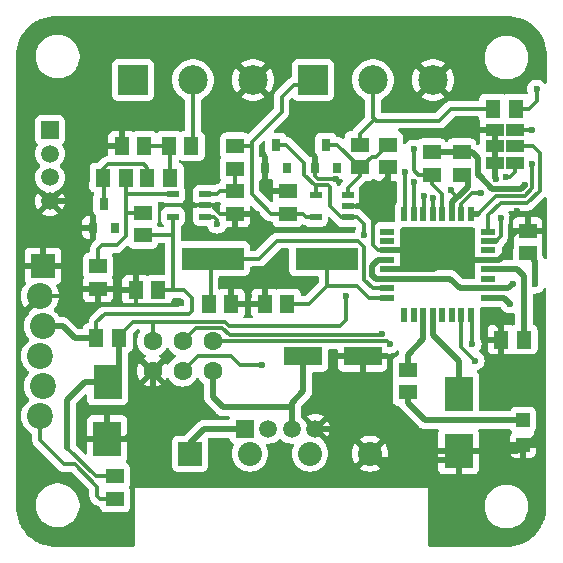
<source format=gbr>
%TF.GenerationSoftware,KiCad,Pcbnew,8.0.5*%
%TF.CreationDate,2024-10-28T18:07:43+00:00*%
%TF.ProjectId,WindSensorATMEGA328_PCB,57696e64-5365-46e7-936f-7241544d4547,rev?*%
%TF.SameCoordinates,PX5734380PY7df6180*%
%TF.FileFunction,Copper,L1,Top*%
%TF.FilePolarity,Positive*%
%FSLAX46Y46*%
G04 Gerber Fmt 4.6, Leading zero omitted, Abs format (unit mm)*
G04 Created by KiCad (PCBNEW 8.0.5) date 2024-10-28 18:07:43*
%MOMM*%
%LPD*%
G01*
G04 APERTURE LIST*
%TA.AperFunction,ComponentPad*%
%ADD10R,2.499360X2.499360*%
%TD*%
%TA.AperFunction,ComponentPad*%
%ADD11C,2.499360*%
%TD*%
%TA.AperFunction,ComponentPad*%
%ADD12R,2.032000X2.032000*%
%TD*%
%TA.AperFunction,ComponentPad*%
%ADD13R,1.500000X1.500000*%
%TD*%
%TA.AperFunction,ComponentPad*%
%ADD14C,2.032000*%
%TD*%
%TA.AperFunction,ComponentPad*%
%ADD15C,1.500000*%
%TD*%
%TA.AperFunction,SMDPad,CuDef*%
%ADD16R,1.500000X1.300000*%
%TD*%
%TA.AperFunction,SMDPad,CuDef*%
%ADD17R,1.300000X1.500000*%
%TD*%
%TA.AperFunction,ComponentPad*%
%ADD18R,2.100580X2.100580*%
%TD*%
%TA.AperFunction,ComponentPad*%
%ADD19C,2.199640*%
%TD*%
%TA.AperFunction,SMDPad,CuDef*%
%ADD20R,1.500000X1.000000*%
%TD*%
%TA.AperFunction,SMDPad,CuDef*%
%ADD21R,2.397760X3.000000*%
%TD*%
%TA.AperFunction,SMDPad,CuDef*%
%ADD22R,1.270000X0.558800*%
%TD*%
%TA.AperFunction,SMDPad,CuDef*%
%ADD23R,0.558800X1.270000*%
%TD*%
%TA.AperFunction,SMDPad,CuDef*%
%ADD24R,3.200000X1.600000*%
%TD*%
%TA.AperFunction,SMDPad,CuDef*%
%ADD25R,1.198880X1.198880*%
%TD*%
%TA.AperFunction,SMDPad,CuDef*%
%ADD26R,1.000000X0.550000*%
%TD*%
%TA.AperFunction,ComponentPad*%
%ADD27C,1.600200*%
%TD*%
%TA.AperFunction,SMDPad,CuDef*%
%ADD28R,5.334000X1.930400*%
%TD*%
%TA.AperFunction,SMDPad,CuDef*%
%ADD29R,0.800100X0.900000*%
%TD*%
%TA.AperFunction,SMDPad,CuDef*%
%ADD30R,0.800100X1.000760*%
%TD*%
%TA.AperFunction,ViaPad*%
%ADD31C,0.600000*%
%TD*%
%TA.AperFunction,Conductor*%
%ADD32C,0.500000*%
%TD*%
%TA.AperFunction,Conductor*%
%ADD33C,0.300000*%
%TD*%
G04 APERTURE END LIST*
D10*
%TO.P,P11,1,Pin_1*%
%TO.N,VCC*%
X44704000Y37338000D03*
D11*
%TO.P,P11,2,Pin_2*%
%TO.N,/Hall_to_Freq/WIND_A_SIG*%
X49784000Y37338000D03*
%TO.P,P11,3,Pin_3*%
%TO.N,GND*%
X54864000Y37338000D03*
%TD*%
D10*
%TO.P,P8,1,Pin_1*%
%TO.N,VCC*%
X59944000Y37338000D03*
D11*
%TO.P,P8,2,Pin_2*%
%TO.N,/Wind_Vane/WIND_V_SIG*%
X65024000Y37338000D03*
%TO.P,P8,3,Pin_3*%
%TO.N,GND*%
X70104000Y37338000D03*
%TD*%
D12*
%TO.P,P2,1,Pin_1*%
%TO.N,/Tx*%
X49530000Y5715000D03*
D13*
X54150000Y7826000D03*
D14*
%TO.P,P2,2,Pin_2*%
%TO.N,/Rx*%
X54610000Y5715000D03*
D15*
X56150000Y7826000D03*
%TO.P,P2,3,Pin_3*%
%TO.N,VCC*%
X58150000Y7826000D03*
D14*
X59690000Y5715000D03*
D15*
%TO.P,P2,4,Pin_4*%
%TO.N,GND*%
X60150000Y7826000D03*
D14*
X64770000Y5715000D03*
%TD*%
D16*
%TO.P,C7,1*%
%TO.N,GND*%
X78105000Y24561800D03*
%TO.P,C7,2*%
%TO.N,VCC*%
X78105000Y22661800D03*
%TD*%
%TO.P,C8,1*%
%TO.N,/ATMega328/DTR*%
X43180000Y1910000D03*
%TO.P,C8,2*%
%TO.N,/ATMega328/RESET*%
X43180000Y3810000D03*
%TD*%
D17*
%TO.P,C9,1*%
%TO.N,GND*%
X53009800Y18415000D03*
%TO.P,C9,2*%
%TO.N,Net-(U4-XTAL1{slash}PB6)*%
X51109800Y18415000D03*
%TD*%
%TO.P,C10,1*%
%TO.N,GND*%
X55880000Y18415000D03*
%TO.P,C10,2*%
%TO.N,Net-(U4-XTAL2{slash}PB7)*%
X57780000Y18415000D03*
%TD*%
D18*
%TO.P,P9,1,Pin_1*%
%TO.N,GND*%
X37084000Y21590000D03*
D19*
%TO.P,P9,2,Pin_2*%
X36830000Y19050000D03*
%TO.P,P9,3,Pin_3*%
%TO.N,VCC*%
X37084000Y16510000D03*
%TO.P,P9,4,Pin_4*%
%TO.N,/Rx*%
X36830000Y13970000D03*
%TO.P,P9,5,Pin_5*%
%TO.N,/Tx*%
X37084000Y11430000D03*
%TO.P,P9,6,Pin_6*%
%TO.N,/ATMega328/DTR*%
X36830000Y8890000D03*
%TD*%
D20*
%TO.P,P3,1,1*%
%TO.N,/ATMega328/A0*%
X77062000Y30353000D03*
%TO.P,P3,2,2*%
%TO.N,GND*%
X75311000Y30353000D03*
%TO.P,P3,3,3*%
%TO.N,/ATMega328/A1*%
X77062000Y31750000D03*
%TO.P,P3,4,4*%
%TO.N,GND*%
X75311000Y31750000D03*
%TO.P,P3,5,5*%
%TO.N,/ATMega328/A2*%
X77062000Y33147000D03*
%TO.P,P3,6,6*%
%TO.N,GND*%
X75311000Y33147000D03*
%TD*%
D16*
%TO.P,R7,1*%
%TO.N,VCC*%
X69977000Y31242000D03*
%TO.P,R7,2*%
%TO.N,/I2C_CLK*%
X69977000Y29342000D03*
%TD*%
D21*
%TO.P,SW2,1,1*%
%TO.N,/ATMega328/RESET*%
X42545000Y11811000D03*
%TO.P,SW2,2,2*%
%TO.N,GND*%
X42519600Y6985000D03*
%TD*%
D22*
%TO.P,U4,1,PD3*%
%TO.N,/ATMega328/D3*%
X66192400Y24516080D03*
%TO.P,U4,2,PD4*%
%TO.N,/ATMega328/D4*%
X66192400Y23715980D03*
%TO.P,U4,3,GND*%
%TO.N,GND*%
X66192400Y22915880D03*
%TO.P,U4,4,VCC*%
%TO.N,VCC*%
X66192400Y22115780D03*
%TO.P,U4,5,GND*%
%TO.N,GND*%
X66192400Y21318220D03*
%TO.P,U4,6,VCC*%
%TO.N,VCC*%
X66192400Y20518120D03*
%TO.P,U4,7,XTAL1/PB6*%
%TO.N,Net-(U4-XTAL1{slash}PB6)*%
X66192400Y19718020D03*
%TO.P,U4,8,XTAL2/PB7*%
%TO.N,Net-(U4-XTAL2{slash}PB7)*%
X66192400Y18917920D03*
D23*
%TO.P,U4,9,PD5*%
%TO.N,/ATMega328/D5*%
X67685920Y17424400D03*
%TO.P,U4,10,PD6*%
%TO.N,/ATMega328/D6*%
X68486020Y17424400D03*
%TO.P,U4,11,PD7*%
%TO.N,/ATMega328/D7*%
X69286120Y17424400D03*
%TO.P,U4,12,PB0*%
%TO.N,/ATMega328/D8*%
X70086220Y17424400D03*
%TO.P,U4,13,PB1*%
%TO.N,/ATMega328/D9*%
X70883780Y17424400D03*
%TO.P,U4,14,PB2*%
%TO.N,/ATMega328/D10*%
X71683880Y17424400D03*
%TO.P,U4,15,PB3*%
%TO.N,/ATMega328/MOSI*%
X72483980Y17424400D03*
%TO.P,U4,16,PB4*%
%TO.N,/ATMega328/MISO*%
X73284080Y17424400D03*
D22*
%TO.P,U4,17,PB5*%
%TO.N,/ATMega328/SCLK*%
X74777600Y18917920D03*
%TO.P,U4,18,AVCC*%
%TO.N,VCC*%
X74777600Y19718020D03*
%TO.P,U4,19,ADC6*%
%TO.N,/ATMega328/A6*%
X74777600Y20518120D03*
%TO.P,U4,20,AREF*%
%TO.N,Net-(U4-AREF)*%
X74777600Y21318220D03*
%TO.P,U4,21,GND*%
%TO.N,GND*%
X74777600Y22115780D03*
%TO.P,U4,22,ADC7*%
%TO.N,/ATMega328/A7*%
X74777600Y22915880D03*
%TO.P,U4,23,PC0*%
%TO.N,/ATMega328/A0*%
X74777600Y23715980D03*
%TO.P,U4,24,PC1*%
%TO.N,/ATMega328/A1*%
X74777600Y24516080D03*
D23*
%TO.P,U4,25,PC2*%
%TO.N,/ATMega328/A2*%
X73284080Y26009600D03*
%TO.P,U4,26,PC3*%
%TO.N,/WIND_VANE*%
X72483980Y26009600D03*
%TO.P,U4,27,PC4*%
%TO.N,/I2C_SDA*%
X71683880Y26009600D03*
%TO.P,U4,28,PC5*%
%TO.N,/I2C_CLK*%
X70883780Y26009600D03*
%TO.P,U4,29,~{RESET}/PC6*%
%TO.N,/ATMega328/RESET*%
X70086220Y26009600D03*
%TO.P,U4,30,PD0*%
%TO.N,/Rx*%
X69286120Y26009600D03*
%TO.P,U4,31,PD1*%
%TO.N,/Tx*%
X68486020Y26009600D03*
%TO.P,U4,32,PD2*%
%TO.N,/WIND_FREQ*%
X67685920Y26009600D03*
%TD*%
D17*
%TO.P,C5,1*%
%TO.N,GND*%
X75895200Y15367000D03*
%TO.P,C5,2*%
%TO.N,Net-(U4-AREF)*%
X77795200Y15367000D03*
%TD*%
D13*
%TO.P,P10,1,Pin_1*%
%TO.N,/I2C_CLK*%
X37671000Y33099000D03*
D15*
%TO.P,P10,2,Pin_2*%
%TO.N,/I2C_SDA*%
X37671000Y31099000D03*
%TO.P,P10,3,Pin_3*%
%TO.N,VCC*%
X37671000Y29099000D03*
%TO.P,P10,4,Pin_4*%
%TO.N,GND*%
X37671000Y27099000D03*
%TD*%
D16*
%TO.P,R6,1*%
%TO.N,VCC*%
X72517000Y31242000D03*
%TO.P,R6,2*%
%TO.N,/I2C_SDA*%
X72517000Y29342000D03*
%TD*%
D21*
%TO.P,SW1,1,1*%
%TO.N,/ATMega328/D8*%
X72288400Y10795000D03*
%TO.P,SW1,2,2*%
%TO.N,GND*%
X72263000Y5969000D03*
%TD*%
D24*
%TO.P,C6,1*%
%TO.N,VCC*%
X59135000Y13970000D03*
%TO.P,C6,2*%
%TO.N,GND*%
X64135000Y13970000D03*
%TD*%
D16*
%TO.P,R4,1*%
%TO.N,/ATMega328/D7*%
X67945000Y12827000D03*
%TO.P,R4,2*%
%TO.N,Net-(D2-A)*%
X67945000Y10927000D03*
%TD*%
D17*
%TO.P,R5,1*%
%TO.N,VCC*%
X41610200Y15494000D03*
%TO.P,R5,2*%
%TO.N,/ATMega328/RESET*%
X43510200Y15494000D03*
%TD*%
D16*
%TO.P,C4,1*%
%TO.N,GND*%
X57785000Y27935000D03*
%TO.P,C4,2*%
%TO.N,VCC*%
X57785000Y26035000D03*
%TD*%
D25*
%TO.P,D2,1,K*%
%TO.N,GND*%
X77724000Y6477000D03*
%TO.P,D2,2,A*%
%TO.N,Net-(D2-A)*%
X77724000Y8575040D03*
%TD*%
D17*
%TO.P,R2,1*%
%TO.N,Net-(D4-K)*%
X45928200Y29083000D03*
%TO.P,R2,2*%
%TO.N,Net-(C1-Pad2)*%
X47828200Y29083000D03*
%TD*%
%TO.P,R3,1*%
%TO.N,Net-(U2--)*%
X44069000Y29083000D03*
%TO.P,R3,2*%
%TO.N,Net-(D4-K)*%
X42169000Y29083000D03*
%TD*%
D16*
%TO.P,R8,1*%
%TO.N,VCC*%
X45560000Y24211200D03*
%TO.P,R8,2*%
%TO.N,Net-(U2--)*%
X45560000Y26111200D03*
%TD*%
%TO.P,R9,1*%
%TO.N,VCC*%
X53340000Y31745000D03*
%TO.P,R9,2*%
%TO.N,Net-(U2-+)*%
X53340000Y29845000D03*
%TD*%
%TO.P,R10,1*%
%TO.N,GND*%
X53340000Y26040000D03*
%TO.P,R10,2*%
%TO.N,Net-(U2-+)*%
X53340000Y27940000D03*
%TD*%
%TO.P,R11,1*%
%TO.N,Net-(D1-K)*%
X63881000Y29977000D03*
%TO.P,R11,2*%
%TO.N,/Wind_Vane/WIND_V_SIG*%
X63881000Y31877000D03*
%TD*%
%TO.P,C2,1*%
%TO.N,Net-(U2--)*%
X41750000Y21590000D03*
%TO.P,C2,2*%
%TO.N,GND*%
X41750000Y19690000D03*
%TD*%
D17*
%TO.P,C3,1*%
%TO.N,GND*%
X44958000Y19558000D03*
%TO.P,C3,2*%
%TO.N,VCC*%
X46858000Y19558000D03*
%TD*%
D26*
%TO.P,U1,1*%
%TO.N,/WIND_VANE*%
X62865000Y25720000D03*
%TO.P,U1,2,V-*%
%TO.N,GND*%
X62865000Y26670000D03*
%TO.P,U1,3,+*%
%TO.N,Net-(D1-K)*%
X62865000Y27620000D03*
%TO.P,U1,4,-*%
%TO.N,/WIND_VANE*%
X60165000Y27620000D03*
%TO.P,U1,5,V+*%
%TO.N,VCC*%
X60165000Y25720000D03*
%TD*%
%TO.P,U2,1*%
%TO.N,/WIND_FREQ*%
X50800000Y25786000D03*
%TO.P,U2,2,V-*%
%TO.N,GND*%
X50800000Y26736000D03*
%TO.P,U2,3,+*%
%TO.N,Net-(U2-+)*%
X50800000Y27686000D03*
%TO.P,U2,4,-*%
%TO.N,Net-(U2--)*%
X48100000Y27686000D03*
%TO.P,U2,5,V+*%
%TO.N,VCC*%
X48100000Y25786000D03*
%TD*%
D27*
%TO.P,P4,1,1*%
%TO.N,/ATMega328/MISO*%
X51435000Y15240000D03*
%TO.P,P4,2,2*%
%TO.N,VCC*%
X51435000Y12700000D03*
%TO.P,P4,3,3*%
%TO.N,/ATMega328/SCLK*%
X48895000Y15240000D03*
%TO.P,P4,4,4*%
%TO.N,/ATMega328/MOSI*%
X48895000Y12700000D03*
%TO.P,P4,5,5*%
%TO.N,/ATMega328/RESET*%
X46355000Y15240000D03*
%TO.P,P4,6,6*%
%TO.N,GND*%
X46355000Y12700000D03*
%TD*%
D28*
%TO.P,Y1,1,1*%
%TO.N,Net-(U4-XTAL1{slash}PB6)*%
X51435000Y22225000D03*
%TO.P,Y1,2,2*%
%TO.N,Net-(U4-XTAL2{slash}PB7)*%
X61087000Y22225000D03*
%TD*%
D29*
%TO.P,D4,1,A*%
%TO.N,GND*%
X41280000Y24841200D03*
D30*
%TO.P,D4,2,K*%
%TO.N,Net-(D4-K)*%
X42230000Y26841200D03*
D29*
%TO.P,D4,3*%
%TO.N,N/C*%
X43180000Y24841200D03*
%TD*%
%TO.P,D1,1,A*%
%TO.N,GND*%
X60071000Y29884620D03*
D30*
%TO.P,D1,2,K*%
%TO.N,Net-(D1-K)*%
X61021000Y31884620D03*
D29*
%TO.P,D1,3*%
%TO.N,N/C*%
X61971000Y29884620D03*
%TD*%
%TO.P,D3,1,A*%
%TO.N,GND*%
X55880000Y29884620D03*
D30*
%TO.P,D3,2,K*%
%TO.N,/WIND_VANE*%
X56830000Y31884620D03*
D29*
%TO.P,D3,3*%
%TO.N,N/C*%
X57780000Y29884620D03*
%TD*%
D17*
%TO.P,R12,1*%
%TO.N,VCC*%
X77089000Y34925000D03*
%TO.P,R12,2*%
%TO.N,/Wind_Vane/WIND_V_SIG*%
X75189000Y34925000D03*
%TD*%
%TO.P,R1,1*%
%TO.N,Net-(C1-Pad2)*%
X47752000Y31750000D03*
%TO.P,R1,2*%
%TO.N,/Hall_to_Freq/WIND_A_SIG*%
X49652000Y31750000D03*
%TD*%
D16*
%TO.P,C11,1*%
%TO.N,GND*%
X66294000Y29977000D03*
%TO.P,C11,2*%
%TO.N,Net-(D1-K)*%
X66294000Y31877000D03*
%TD*%
D17*
%TO.P,C1,1*%
%TO.N,GND*%
X43764200Y31750000D03*
%TO.P,C1,2*%
%TO.N,Net-(C1-Pad2)*%
X45664200Y31750000D03*
%TD*%
D31*
%TO.N,GND*%
X56134000Y28067000D03*
X48387000Y34798000D03*
X48735000Y18542000D03*
X75438000Y28956000D03*
X64516000Y28321000D03*
X74803000Y17399000D03*
X77216000Y26289000D03*
X54483000Y19050000D03*
X55240000Y26040000D03*
X61849000Y28934618D03*
%TO.N,VCC*%
X78867000Y36576000D03*
X76835000Y20066000D03*
X78740000Y20066000D03*
X77851000Y28448000D03*
%TO.N,/ATMega328/RESET*%
X62738000Y19050000D03*
X70115792Y27355903D03*
%TO.N,/Rx*%
X69342000Y27559000D03*
%TO.N,/Tx*%
X68453000Y28702000D03*
%TO.N,/I2C_SDA*%
X71628000Y28067000D03*
%TO.N,/I2C_CLK*%
X68453000Y31496000D03*
%TO.N,/ATMega328/A0*%
X76301600Y29108400D03*
X75819000Y25654000D03*
%TO.N,/ATMega328/SCLK*%
X65778899Y15882101D03*
X76581000Y18415000D03*
%TO.N,/ATMega328/MOSI*%
X73660000Y13589000D03*
X55626000Y13208000D03*
%TO.N,/ATMega328/MISO*%
X73406000Y14986000D03*
X66421000Y14986000D03*
%TO.N,/ATMega328/A2*%
X78471000Y30226000D03*
X78486000Y33147000D03*
%TO.N,/WIND_FREQ*%
X67691000Y29591000D03*
X51816000Y25146000D03*
%TO.N,/WIND_VANE*%
X74168000Y27813000D03*
X64262000Y24257000D03*
%TD*%
D32*
%TO.N,GND*%
X75311000Y29083000D02*
X75438000Y28956000D01*
X44450000Y6985000D02*
X47752000Y3683000D01*
D33*
X65024000Y25146000D02*
X65405000Y25527000D01*
D32*
X64770000Y5207000D02*
X71501000Y5207000D01*
X62659000Y7826000D02*
X64770000Y5715000D01*
D33*
X55880000Y28321000D02*
X55880000Y29884620D01*
D32*
X46355000Y12700000D02*
X46355000Y9271000D01*
X77139800Y24561800D02*
X78105000Y24561800D01*
D33*
X41750000Y19690000D02*
X41750000Y18382000D01*
X53340000Y26040000D02*
X55240000Y26040000D01*
X37084000Y21590000D02*
X39624000Y21590000D01*
D32*
X40767000Y28829000D02*
X40767000Y32512000D01*
X76708000Y23121878D02*
X76708000Y24130000D01*
D33*
X39751000Y19050000D02*
X40513000Y18288000D01*
X44958000Y18288000D02*
X48481000Y18288000D01*
D32*
X75311000Y33147000D02*
X75311000Y30353000D01*
D33*
X62865000Y26670000D02*
X65278000Y26670000D01*
X37671000Y27099000D02*
X38941000Y27099000D01*
X42545000Y18288000D02*
X44958000Y18288000D01*
X41910000Y18288000D02*
X41844000Y18288000D01*
X60071000Y29210000D02*
X60071000Y29884620D01*
X65405000Y28321000D02*
X65405000Y26797000D01*
X65278000Y26670000D02*
X65405000Y26797000D01*
D32*
X75701902Y22115780D02*
X76708000Y23121878D01*
D33*
X41750000Y18382000D02*
X41656000Y18288000D01*
D32*
X79121000Y10414000D02*
X75895200Y13639800D01*
D33*
X52065000Y26040000D02*
X53340000Y26040000D01*
X66192400Y22915880D02*
X65476120Y22915880D01*
D32*
X44069000Y6985000D02*
X44450000Y6985000D01*
D33*
X60325000Y28956000D02*
X60071000Y29210000D01*
D32*
X71010780Y22115780D02*
X70213220Y21318220D01*
D33*
X41656000Y18288000D02*
X40513000Y18288000D01*
D32*
X46355000Y9271000D02*
X44069000Y6985000D01*
D33*
X56134000Y28067000D02*
X55880000Y28321000D01*
X61849000Y28934618D02*
X61446618Y28934618D01*
X43764200Y31750000D02*
X43764200Y34747200D01*
X44958000Y18288000D02*
X44958000Y19558000D01*
X65476120Y22915880D02*
X65024000Y23368000D01*
D32*
X78105000Y6477000D02*
X79121000Y7493000D01*
D33*
X65024000Y23368000D02*
X65024000Y25146000D01*
X65405000Y25527000D02*
X65405000Y26162000D01*
D32*
X60150000Y7826000D02*
X62659000Y7826000D01*
D33*
X41280000Y24841200D02*
X39751000Y24841200D01*
X54483000Y19050000D02*
X54483000Y18415000D01*
D32*
X79121000Y7493000D02*
X79121000Y10414000D01*
D33*
X61446618Y28934618D02*
X61425236Y28956000D01*
D32*
X62738000Y3683000D02*
X64770000Y5715000D01*
D33*
X65405000Y28321000D02*
X66294000Y29210000D01*
D32*
X77724000Y6477000D02*
X78105000Y6477000D01*
X39037000Y27099000D02*
X40767000Y28829000D01*
D33*
X64516000Y28321000D02*
X64897000Y28321000D01*
X36830000Y21336000D02*
X37084000Y21590000D01*
D32*
X76708000Y24130000D02*
X77139800Y24561800D01*
D33*
X39751000Y19050000D02*
X39751000Y21717000D01*
D32*
X74777600Y22115780D02*
X75701902Y22115780D01*
X75311000Y30353000D02*
X75311000Y29083000D01*
D33*
X53340000Y18415000D02*
X54483000Y18415000D01*
X43764200Y34747200D02*
X43815000Y34798000D01*
D32*
X64135000Y11684000D02*
X64135000Y13462000D01*
X37671000Y27099000D02*
X39037000Y27099000D01*
D33*
X54483000Y18415000D02*
X55250000Y18415000D01*
D32*
X70213220Y21318220D02*
X66192400Y21318220D01*
D33*
X41910000Y18288000D02*
X42545000Y18288000D01*
X76708000Y25781000D02*
X76708000Y24130000D01*
X61425236Y28956000D02*
X60325000Y28956000D01*
D32*
X43053000Y34798000D02*
X43815000Y34798000D01*
D33*
X77216000Y26289000D02*
X76708000Y25781000D01*
X50800000Y26736000D02*
X51369000Y26736000D01*
X39624000Y21590000D02*
X39751000Y21717000D01*
D32*
X70210680Y22915880D02*
X71010780Y22115780D01*
X71501000Y5207000D02*
X72263000Y5969000D01*
X75895200Y13639800D02*
X75895200Y15367000D01*
D33*
X41656000Y18288000D02*
X41910000Y18288000D01*
D32*
X42519600Y6985000D02*
X44069000Y6985000D01*
D33*
X64897000Y28321000D02*
X65405000Y28321000D01*
X48481000Y18288000D02*
X48735000Y18542000D01*
D32*
X72263000Y5969000D02*
X77216000Y5969000D01*
D33*
X75895200Y15367000D02*
X75895200Y16306800D01*
X65405000Y26797000D02*
X65405000Y26543000D01*
X57653000Y28067000D02*
X57785000Y27935000D01*
D32*
X62659000Y10716000D02*
X64135000Y12192000D01*
D33*
X51369000Y26736000D02*
X52065000Y26040000D01*
X65405000Y26162000D02*
X65405000Y26543000D01*
D32*
X62659000Y7826000D02*
X62659000Y10716000D01*
X43815000Y34798000D02*
X48387000Y34798000D01*
X77216000Y5969000D02*
X77724000Y6477000D01*
X47752000Y3683000D02*
X62738000Y3683000D01*
D33*
X56134000Y28067000D02*
X57653000Y28067000D01*
D32*
X66192400Y22915880D02*
X70210680Y22915880D01*
D33*
X36830000Y19050000D02*
X39751000Y19050000D01*
X39751000Y24841200D02*
X39751000Y26385000D01*
X39751000Y21717000D02*
X39751000Y24841200D01*
D32*
X74777600Y22115780D02*
X71010780Y22115780D01*
D33*
X75895200Y16306800D02*
X74803000Y17399000D01*
D32*
X40767000Y32512000D02*
X43053000Y34798000D01*
D33*
X66294000Y29210000D02*
X66294000Y29977000D01*
X39751000Y26385000D02*
X39037000Y27099000D01*
%TO.N,VCC*%
X60165000Y25720000D02*
X59370000Y25720000D01*
D32*
X51435000Y10541000D02*
X51435000Y12700000D01*
D33*
X49022000Y19558000D02*
X49657000Y18923000D01*
X54737000Y27686000D02*
X54737000Y31750000D01*
D32*
X74041000Y29210000D02*
X73914000Y29337000D01*
D33*
X41610200Y16845200D02*
X41610200Y15494000D01*
D32*
X75092000Y28159000D02*
X77562000Y28159000D01*
X78740000Y22026800D02*
X78105000Y22661800D01*
D33*
X54737000Y32131000D02*
X57277000Y34671000D01*
X48018800Y24211200D02*
X48100000Y24130000D01*
D32*
X64947520Y20828000D02*
X64947520Y21640520D01*
X64947520Y20828000D02*
X64947520Y20751520D01*
X37084000Y16510000D02*
X38735000Y16510000D01*
D33*
X59370000Y25720000D02*
X59055000Y26035000D01*
D32*
X72356980Y19718020D02*
X74777600Y19718020D01*
D33*
X70485000Y31237000D02*
X73025000Y31237000D01*
X57277000Y34671000D02*
X57277000Y35941000D01*
X48100000Y19591000D02*
X48133000Y19558000D01*
X49403000Y17526000D02*
X42291000Y17526000D01*
X72517000Y31242000D02*
X69977000Y31242000D01*
X53345000Y31750000D02*
X53340000Y31745000D01*
D32*
X73406000Y31242000D02*
X72517000Y31242000D01*
X39751000Y15494000D02*
X41610200Y15494000D01*
X73914000Y29337000D02*
X73914000Y30734000D01*
D33*
X56388000Y26035000D02*
X54737000Y27686000D01*
D32*
X52340000Y9636000D02*
X51435000Y10541000D01*
D33*
X48133000Y19558000D02*
X49022000Y19558000D01*
X46858000Y19558000D02*
X48133000Y19558000D01*
D32*
X65257400Y20518120D02*
X64947520Y20828000D01*
X66192400Y20518120D02*
X65257400Y20518120D01*
D33*
X78867000Y35560000D02*
X78867000Y36576000D01*
D32*
X77562000Y28159000D02*
X77851000Y28448000D01*
X74777600Y19718020D02*
X76487020Y19718020D01*
D33*
X57277000Y26035000D02*
X59055000Y26035000D01*
X57277000Y35941000D02*
X58293000Y36957000D01*
X42291000Y17526000D02*
X41610200Y16845200D01*
D32*
X74041000Y29210000D02*
X75092000Y28159000D01*
X73914000Y30734000D02*
X73406000Y31242000D01*
X76487020Y19718020D02*
X76835000Y20066000D01*
D33*
X54737000Y31750000D02*
X54737000Y32131000D01*
X48100000Y24130000D02*
X48100000Y19591000D01*
D32*
X65422780Y22115780D02*
X64947520Y21640520D01*
X59135000Y11002000D02*
X59135000Y13970000D01*
X73406000Y31242000D02*
X69977000Y31242000D01*
X78740000Y20066000D02*
X78740000Y22026800D01*
X58150000Y7826000D02*
X58150000Y9636000D01*
X58150000Y9636000D02*
X58150000Y10017000D01*
D33*
X57785000Y26035000D02*
X56388000Y26035000D01*
X58293000Y36957000D02*
X59944000Y36957000D01*
X77089000Y34925000D02*
X78232000Y34925000D01*
D32*
X66192400Y22115780D02*
X65422780Y22115780D01*
X66192400Y20518120D02*
X71556880Y20518120D01*
D33*
X78232000Y34925000D02*
X78867000Y35560000D01*
D32*
X58150000Y10017000D02*
X59135000Y11002000D01*
D33*
X54737000Y31750000D02*
X53345000Y31750000D01*
D32*
X58150000Y9636000D02*
X52340000Y9636000D01*
D33*
X48100000Y25786000D02*
X48100000Y24130000D01*
X45560000Y24211200D02*
X48018800Y24211200D01*
D32*
X38735000Y16510000D02*
X39751000Y15494000D01*
D33*
X49657000Y18923000D02*
X49657000Y17780000D01*
D32*
X71556880Y20518120D02*
X72356980Y19718020D01*
D33*
X49657000Y17780000D02*
X49403000Y17526000D01*
%TO.N,Net-(C1-Pad2)*%
X47828200Y31673800D02*
X47752000Y31750000D01*
X47752000Y31750000D02*
X45664200Y31750000D01*
X47828200Y29083000D02*
X47828200Y31673800D01*
%TO.N,/ATMega328/DTR*%
X38862000Y4826000D02*
X39751000Y4826000D01*
X41656000Y2921000D02*
X41656000Y2159000D01*
X41905000Y1910000D02*
X43180000Y1910000D01*
X39751000Y4826000D02*
X41656000Y2921000D01*
X36830000Y6858000D02*
X38862000Y4826000D01*
X41656000Y2159000D02*
X41905000Y1910000D01*
X36830000Y8890000D02*
X36830000Y6858000D01*
D32*
%TO.N,/ATMega328/RESET*%
X43510200Y12776200D02*
X42545000Y11811000D01*
D33*
X62738000Y17018000D02*
X62738000Y19050000D01*
X41529000Y3810000D02*
X39116000Y6223000D01*
X62222010Y16502010D02*
X62738000Y17018000D01*
D32*
X70104000Y26027380D02*
X70086220Y26009600D01*
D33*
X43510200Y15494000D02*
X43510200Y15697200D01*
X43510200Y15697200D02*
X44703111Y16890111D01*
D32*
X40640000Y11811000D02*
X42545000Y11811000D01*
X43510200Y15494000D02*
X43510200Y12776200D01*
D33*
X70115792Y27355903D02*
X70115792Y26039172D01*
X43180000Y3810000D02*
X41529000Y3810000D01*
D32*
X39116000Y10287000D02*
X40640000Y11811000D01*
D33*
X70115792Y26039172D02*
X70086220Y26009600D01*
D32*
X39116000Y6223000D02*
X39116000Y10287000D01*
D33*
X52839990Y16502010D02*
X62222010Y16502010D01*
X44703111Y16890111D02*
X46355889Y16890111D01*
X46355000Y16889222D02*
X46355889Y16890111D01*
X52451889Y16890111D02*
X52839990Y16502010D01*
X46355000Y15240000D02*
X46355000Y16889222D01*
X46355889Y16890111D02*
X52451889Y16890111D01*
%TO.N,Net-(U2--)*%
X41750000Y23081000D02*
X41750000Y21590000D01*
X44069000Y24130000D02*
X43307000Y23368000D01*
X44145200Y26111200D02*
X44069000Y26035000D01*
X45560000Y26111200D02*
X44145200Y26111200D01*
X44069000Y29083000D02*
X44069000Y27686000D01*
X48100000Y27686000D02*
X44069000Y27686000D01*
X44069000Y27686000D02*
X44069000Y26035000D01*
X43307000Y23368000D02*
X42037000Y23368000D01*
X42037000Y23368000D02*
X41750000Y23081000D01*
X44069000Y26035000D02*
X44069000Y24130000D01*
D32*
%TO.N,Net-(U4-AREF)*%
X77233780Y21318220D02*
X74777600Y21318220D01*
X77795200Y15367000D02*
X77795200Y20756800D01*
X77795200Y20756800D02*
X77233780Y21318220D01*
D33*
%TO.N,Net-(U4-XTAL1{slash}PB6)*%
X64990980Y19718020D02*
X66192400Y19718020D01*
X51280000Y21458000D02*
X51148000Y21590000D01*
X64262000Y20447000D02*
X64990980Y19718020D01*
X63754000Y23749000D02*
X64262000Y23241000D01*
X51280000Y17780000D02*
X51280000Y21458000D01*
X51435000Y22225000D02*
X55372000Y22225000D01*
X56896000Y23749000D02*
X63754000Y23749000D01*
X64262000Y23241000D02*
X64262000Y20447000D01*
X55372000Y22225000D02*
X56896000Y23749000D01*
%TO.N,/Rx*%
X69342000Y27559000D02*
X69342000Y26065480D01*
X69342000Y26065480D02*
X69286120Y26009600D01*
D32*
%TO.N,/Tx*%
X49530000Y5715000D02*
X49530000Y6604000D01*
D33*
X68453000Y26042620D02*
X68486020Y26009600D01*
X68453000Y28702000D02*
X68453000Y26042620D01*
D32*
X50752000Y7826000D02*
X54150000Y7826000D01*
X49530000Y6604000D02*
X50752000Y7826000D01*
D33*
%TO.N,/I2C_SDA*%
X71628000Y28067000D02*
X71628000Y27940000D01*
D32*
X71683880Y26009600D02*
X71683880Y26979880D01*
X73025000Y28321000D02*
X73025000Y29337000D01*
X72263000Y27559000D02*
X73025000Y28321000D01*
D33*
X71628000Y27940000D02*
X72136000Y27432000D01*
D32*
X71683880Y26979880D02*
X72136000Y27432000D01*
X72136000Y27432000D02*
X72263000Y27559000D01*
D33*
%TO.N,/I2C_CLK*%
X69977000Y29342000D02*
X69977000Y28575000D01*
X68453000Y31496000D02*
X68453000Y29718000D01*
X68453000Y29718000D02*
X68834000Y29337000D01*
X69977000Y28575000D02*
X70883780Y27668220D01*
X68834000Y29337000D02*
X68839000Y29342000D01*
X70883780Y27668220D02*
X70883780Y26009600D01*
X68839000Y29342000D02*
X69977000Y29342000D01*
%TO.N,/ATMega328/A0*%
X76301600Y29108400D02*
X76606400Y29108400D01*
X77062000Y30353000D02*
X77062000Y29564000D01*
X76606400Y29108400D02*
X76733400Y29235400D01*
X75819000Y25654000D02*
X75819000Y24122899D01*
D32*
X74777600Y23715980D02*
X75412081Y23715980D01*
D33*
X75412081Y23715980D02*
X75819000Y24122899D01*
X77062000Y29564000D02*
X76733400Y29235400D01*
%TO.N,/ATMega328/A1*%
X77062000Y31750000D02*
X78543108Y31750000D01*
X74777600Y24516080D02*
X74777600Y25882600D01*
X78543108Y31750000D02*
X79121001Y31172106D01*
X74777600Y25882600D02*
X75834001Y26939001D01*
X78089999Y26939001D02*
X79121001Y27970003D01*
X79121001Y27970003D02*
X79121001Y31172106D01*
X75834001Y26939001D02*
X78089999Y26939001D01*
%TO.N,/ATMega328/SCLK*%
X65644798Y15748000D02*
X65778899Y15882101D01*
D32*
X76073000Y18923000D02*
X74782680Y18923000D01*
D33*
X52886894Y15748000D02*
X65644798Y15748000D01*
D32*
X76581000Y18415000D02*
X76073000Y18923000D01*
D33*
X50045101Y16390101D02*
X52244793Y16390101D01*
X48895000Y15240000D02*
X50045101Y16390101D01*
D32*
X74782680Y18923000D02*
X74777600Y18917920D01*
D33*
X52244793Y16390101D02*
X52886894Y15748000D01*
%TO.N,/ATMega328/MOSI*%
X53721000Y13208000D02*
X52959000Y13970000D01*
X72483980Y14765020D02*
X73660000Y13589000D01*
X52959000Y13970000D02*
X50165000Y13970000D01*
X72483980Y17424400D02*
X72483980Y14765020D01*
X50165000Y13970000D02*
X48895000Y12700000D01*
X55626000Y13208000D02*
X53721000Y13208000D01*
%TO.N,/ATMega328/MISO*%
X73406000Y14986000D02*
X73406000Y17302480D01*
X66421000Y14986000D02*
X66174899Y15232101D01*
X73406000Y17302480D02*
X73284080Y17424400D01*
X66174899Y15232101D02*
X55379899Y15232101D01*
X55379899Y15232101D02*
X55372000Y15240000D01*
X51435000Y15240000D02*
X55372000Y15240000D01*
%TO.N,Net-(U4-XTAL2{slash}PB7)*%
X61087000Y19939000D02*
X61087000Y22225000D01*
X61087000Y19939000D02*
X63627000Y19939000D01*
X57780000Y18415000D02*
X59563000Y18415000D01*
X59563000Y18415000D02*
X61087000Y19939000D01*
X64648080Y18917920D02*
X63627000Y19939000D01*
X66192400Y18917920D02*
X64648080Y18917920D01*
%TO.N,Net-(D1-K)*%
X61021000Y31884620D02*
X61973380Y31884620D01*
X63881000Y29210000D02*
X63881000Y29977000D01*
X65278000Y30861000D02*
X66294000Y31877000D01*
X64013000Y29977000D02*
X64897000Y30861000D01*
X63881000Y29977000D02*
X64013000Y29977000D01*
X62865000Y27620000D02*
X62865000Y28194000D01*
X64897000Y30861000D02*
X65278000Y30861000D01*
X62865000Y28194000D02*
X63881000Y29210000D01*
X61973380Y31884620D02*
X63881000Y29977000D01*
%TO.N,/ATMega328/A2*%
X78486000Y30211000D02*
X78471000Y30226000D01*
X73888600Y26009600D02*
X75438000Y27559000D01*
X77851000Y27559000D02*
X78486000Y28194000D01*
D32*
X73284080Y26009600D02*
X73888600Y26009600D01*
D33*
X78486000Y28194000D02*
X78486000Y30211000D01*
X77062000Y33147000D02*
X78486000Y33147000D01*
X75438000Y27559000D02*
X77851000Y27559000D01*
D32*
%TO.N,Net-(D2-A)*%
X69402960Y8575040D02*
X67945000Y10033000D01*
X77724000Y8575040D02*
X69402960Y8575040D01*
X67945000Y10033000D02*
X67945000Y10927000D01*
D33*
%TO.N,/WIND_FREQ*%
X67691000Y26014680D02*
X67685920Y26009600D01*
X51557000Y25786000D02*
X51816000Y25527000D01*
X50800000Y25786000D02*
X51557000Y25786000D01*
X51816000Y25527000D02*
X51816000Y25146000D01*
X67691000Y29591000D02*
X67691000Y26014680D01*
%TO.N,/Wind_Vane/WIND_V_SIG*%
X65024000Y34163000D02*
X65024000Y36957000D01*
X63881000Y32766000D02*
X65151000Y34036000D01*
X71628000Y34925000D02*
X70612000Y33909000D01*
X75189000Y34925000D02*
X71628000Y34925000D01*
X63881000Y31877000D02*
X63881000Y32766000D01*
X65278000Y33909000D02*
X65151000Y34036000D01*
X70612000Y33909000D02*
X65278000Y33909000D01*
X65151000Y34036000D02*
X65024000Y34163000D01*
%TO.N,/WIND_VANE*%
X57650380Y31884620D02*
X56830000Y31884620D01*
X64262000Y24257000D02*
X64262000Y25146000D01*
X59182000Y30353000D02*
X57650380Y31884620D01*
X74168000Y27813000D02*
X73406000Y27813000D01*
X62340000Y25720000D02*
X62865000Y25720000D01*
X61341000Y28321000D02*
X61341000Y26719000D01*
X60165000Y27620000D02*
X60165000Y28354000D01*
X63688000Y25720000D02*
X62865000Y25720000D01*
X64262000Y25146000D02*
X63688000Y25720000D01*
X60071000Y28448000D02*
X61214000Y28448000D01*
X61341000Y26719000D02*
X62340000Y25720000D01*
X60165000Y28354000D02*
X60071000Y28448000D01*
X72483980Y26890980D02*
X72483980Y26009600D01*
X61214000Y28448000D02*
X61341000Y28321000D01*
X59182000Y29337000D02*
X59182000Y30353000D01*
X73406000Y27813000D02*
X72483980Y26890980D01*
X60071000Y28448000D02*
X59182000Y29337000D01*
%TO.N,Net-(D4-K)*%
X45928200Y29083000D02*
X45928200Y29890800D01*
X45928200Y29890800D02*
X45593000Y30226000D01*
X45593000Y30226000D02*
X42545000Y30226000D01*
X42545000Y30226000D02*
X42169000Y29850000D01*
X42230000Y26841200D02*
X42230000Y29022000D01*
X42230000Y29022000D02*
X42169000Y29083000D01*
X42169000Y29850000D02*
X42169000Y29083000D01*
%TO.N,/Hall_to_Freq/WIND_A_SIG*%
X49784000Y31882000D02*
X49652000Y31750000D01*
X49784000Y36957000D02*
X49784000Y31882000D01*
D32*
%TO.N,/ATMega328/D7*%
X67945000Y12827000D02*
X67945000Y14097000D01*
X69286120Y15438120D02*
X69286120Y17424400D01*
X67945000Y14097000D02*
X69286120Y15438120D01*
D33*
%TO.N,Net-(U2-+)*%
X52070000Y27940000D02*
X53340000Y27940000D01*
X53340000Y27940000D02*
X53340000Y29845000D01*
X50800000Y27686000D02*
X51816000Y27686000D01*
X51816000Y27686000D02*
X52070000Y27940000D01*
D32*
%TO.N,/ATMega328/D8*%
X70086220Y17424400D02*
X70086220Y15765780D01*
X70086220Y15765780D02*
X72288400Y13563600D01*
X72288400Y13563600D02*
X72288400Y10795000D01*
%TD*%
%TA.AperFunction,Conductor*%
%TO.N,GND*%
G36*
X76434656Y42748588D02*
G01*
X76612904Y42746090D01*
X76625239Y42745311D01*
X76980323Y42705302D01*
X76994225Y42702940D01*
X77341745Y42623621D01*
X77355306Y42619714D01*
X77691744Y42501989D01*
X77704781Y42496589D01*
X78025928Y42341933D01*
X78038283Y42335104D01*
X78340087Y42145468D01*
X78351600Y42137300D01*
X78630284Y41915057D01*
X78640819Y41905641D01*
X78892840Y41653620D01*
X78902256Y41643085D01*
X79124495Y41364407D01*
X79132671Y41352883D01*
X79322300Y41051090D01*
X79329135Y41038723D01*
X79474309Y40737265D01*
X79483784Y40717591D01*
X79489191Y40704537D01*
X79606910Y40368115D01*
X79610822Y40354538D01*
X79690136Y40007042D01*
X79692503Y39993111D01*
X79732509Y39638042D01*
X79733289Y39625701D01*
X79735786Y39447546D01*
X79735798Y39445619D01*
X79732876Y37154808D01*
X79712787Y37086713D01*
X79659072Y37040289D01*
X79588785Y37030274D01*
X79524242Y37059850D01*
X79508351Y37078403D01*
X79507527Y37077745D01*
X79503111Y37083282D01*
X79374281Y37212112D01*
X79374279Y37212113D01*
X79220018Y37309042D01*
X79220015Y37309043D01*
X79048050Y37369216D01*
X79048049Y37369217D01*
X79048047Y37369217D01*
X78867000Y37389616D01*
X78685953Y37369217D01*
X78685950Y37369217D01*
X78685949Y37369216D01*
X78513984Y37309043D01*
X78513981Y37309042D01*
X78359720Y37212113D01*
X78359718Y37212112D01*
X78230888Y37083282D01*
X78230887Y37083280D01*
X78133958Y36929019D01*
X78133957Y36929016D01*
X78095223Y36818318D01*
X78073783Y36757047D01*
X78053384Y36576000D01*
X78073783Y36394953D01*
X78106642Y36301047D01*
X78110260Y36230143D01*
X78074971Y36168538D01*
X78011977Y36135792D01*
X77943679Y36141377D01*
X77848201Y36176989D01*
X77848199Y36176990D01*
X77848197Y36176990D01*
X77848196Y36176991D01*
X77787649Y36183500D01*
X77787638Y36183500D01*
X76390362Y36183500D01*
X76390350Y36183500D01*
X76329803Y36176991D01*
X76329795Y36176989D01*
X76184353Y36122740D01*
X76183156Y36125949D01*
X76129954Y36114400D01*
X76094427Y36124832D01*
X76093647Y36122740D01*
X75948204Y36176989D01*
X75948196Y36176991D01*
X75887649Y36183500D01*
X75887638Y36183500D01*
X74490362Y36183500D01*
X74490350Y36183500D01*
X74429803Y36176991D01*
X74429795Y36176989D01*
X74292797Y36125890D01*
X74292792Y36125888D01*
X74175738Y36038262D01*
X74088112Y35921208D01*
X74088110Y35921203D01*
X74037011Y35784205D01*
X74037009Y35784197D01*
X74030500Y35723650D01*
X74030500Y35709500D01*
X74010498Y35641379D01*
X73956842Y35594886D01*
X73904500Y35583500D01*
X71563139Y35583500D01*
X71435922Y35558194D01*
X71435919Y35558193D01*
X71316082Y35508555D01*
X71208232Y35436492D01*
X71208226Y35436487D01*
X70376145Y34604405D01*
X70313833Y34570379D01*
X70287050Y34567500D01*
X65808500Y34567500D01*
X65740379Y34587502D01*
X65693886Y34641158D01*
X65682500Y34693500D01*
X65682500Y35624514D01*
X65702502Y35692635D01*
X65753831Y35738036D01*
X65905549Y35811099D01*
X65905549Y35811100D01*
X65905555Y35811102D01*
X66123281Y35959545D01*
X66316451Y36138781D01*
X66480750Y36344805D01*
X66612507Y36573015D01*
X66708780Y36818314D01*
X66767418Y37075222D01*
X66787110Y37338000D01*
X68341391Y37338000D01*
X68361078Y37075294D01*
X68419699Y36818461D01*
X68419700Y36818459D01*
X68515942Y36573237D01*
X68515945Y36573229D01*
X68647661Y36345091D01*
X68693899Y36287111D01*
X68693900Y36287111D01*
X69619531Y37212742D01*
X69637720Y37144860D01*
X69703596Y37030759D01*
X69796759Y36937596D01*
X69910860Y36871720D01*
X69978740Y36853532D01*
X69052668Y35927461D01*
X69052668Y35927459D01*
X69222693Y35811538D01*
X69222701Y35811533D01*
X69460038Y35697238D01*
X69711776Y35619585D01*
X69711784Y35619584D01*
X69972284Y35580320D01*
X70235716Y35580320D01*
X70496215Y35619584D01*
X70496223Y35619585D01*
X70747961Y35697238D01*
X70985299Y35811533D01*
X70985300Y35811534D01*
X71155331Y35927460D01*
X70229259Y36853532D01*
X70297140Y36871720D01*
X70411241Y36937596D01*
X70504404Y37030759D01*
X70570280Y37144860D01*
X70588468Y37212741D01*
X71514099Y36287110D01*
X71514100Y36287111D01*
X71560333Y36345083D01*
X71560338Y36345091D01*
X71692054Y36573229D01*
X71692057Y36573237D01*
X71788299Y36818459D01*
X71788300Y36818461D01*
X71846921Y37075294D01*
X71866608Y37338000D01*
X71846921Y37600707D01*
X71788300Y37857540D01*
X71788299Y37857542D01*
X71692057Y38102764D01*
X71692054Y38102772D01*
X71560338Y38330910D01*
X71560333Y38330918D01*
X71514100Y38388891D01*
X71514098Y38388891D01*
X70588468Y37463261D01*
X70570280Y37531140D01*
X70504404Y37645241D01*
X70411241Y37738404D01*
X70297140Y37804280D01*
X70229259Y37822469D01*
X71155330Y38748541D01*
X71155330Y38748543D01*
X70985307Y38864463D01*
X70985299Y38864468D01*
X70747961Y38978763D01*
X70496223Y39056416D01*
X70496215Y39056417D01*
X70235716Y39095680D01*
X69972284Y39095680D01*
X69711784Y39056417D01*
X69711776Y39056416D01*
X69460038Y38978763D01*
X69222701Y38864468D01*
X69222693Y38864463D01*
X69052668Y38748543D01*
X69052668Y38748541D01*
X69978740Y37822469D01*
X69910860Y37804280D01*
X69796759Y37738404D01*
X69703596Y37645241D01*
X69637720Y37531140D01*
X69619531Y37463260D01*
X68693900Y38388891D01*
X68693898Y38388891D01*
X68647661Y38330910D01*
X68515945Y38102772D01*
X68515942Y38102764D01*
X68419700Y37857542D01*
X68419699Y37857540D01*
X68361078Y37600707D01*
X68341391Y37338000D01*
X66787110Y37338000D01*
X66767418Y37600778D01*
X66708780Y37857686D01*
X66612591Y38102772D01*
X66612510Y38102979D01*
X66612508Y38102983D01*
X66602531Y38120263D01*
X66491422Y38312711D01*
X66480752Y38331192D01*
X66480750Y38331195D01*
X66316451Y38537219D01*
X66123281Y38716455D01*
X66123274Y38716460D01*
X65905564Y38864893D01*
X65905557Y38864897D01*
X65668140Y38979232D01*
X65668127Y38979237D01*
X65416339Y39056903D01*
X65416331Y39056905D01*
X65416329Y39056905D01*
X65155757Y39096180D01*
X64892243Y39096180D01*
X64631671Y39056905D01*
X64631669Y39056905D01*
X64631660Y39056903D01*
X64379872Y38979237D01*
X64379859Y38979232D01*
X64142442Y38864897D01*
X64142435Y38864893D01*
X63924725Y38716460D01*
X63924720Y38716456D01*
X63731550Y38537220D01*
X63567247Y38331192D01*
X63435491Y38102983D01*
X63435489Y38102979D01*
X63339219Y37857683D01*
X63280582Y37600782D01*
X63260890Y37338000D01*
X63280582Y37075219D01*
X63313953Y36929015D01*
X63339220Y36818314D01*
X63363264Y36757051D01*
X63435489Y36573022D01*
X63435491Y36573018D01*
X63567247Y36344809D01*
X63567249Y36344806D01*
X63567250Y36344805D01*
X63731549Y36138781D01*
X63924719Y35959545D01*
X63924725Y35959541D01*
X64142442Y35811104D01*
X64142450Y35811099D01*
X64294169Y35738036D01*
X64346865Y35690459D01*
X64365500Y35624514D01*
X64365500Y34233951D01*
X64345498Y34165830D01*
X64328595Y34144856D01*
X63369512Y33185774D01*
X63369506Y33185766D01*
X63343606Y33147002D01*
X63343605Y33147000D01*
X63317944Y33108595D01*
X63306520Y33091498D01*
X63252044Y33045971D01*
X63201755Y33035500D01*
X63082350Y33035500D01*
X63021803Y33028991D01*
X63021795Y33028989D01*
X62884797Y32977890D01*
X62884792Y32977888D01*
X62767738Y32890262D01*
X62680112Y32773208D01*
X62680110Y32773203D01*
X62629011Y32636205D01*
X62629009Y32636197D01*
X62622500Y32575650D01*
X62622500Y32470950D01*
X62602498Y32402829D01*
X62548842Y32356336D01*
X62478568Y32346232D01*
X62413988Y32375726D01*
X62407405Y32381855D01*
X62393153Y32396107D01*
X62393149Y32396111D01*
X62285297Y32468175D01*
X62248019Y32483616D01*
X62165460Y32517813D01*
X62165457Y32517814D01*
X62038240Y32543120D01*
X62038237Y32543120D01*
X61992276Y32543120D01*
X61924155Y32563122D01*
X61877662Y32616778D01*
X61874221Y32625085D01*
X61871939Y32631204D01*
X61871937Y32631207D01*
X61871937Y32631208D01*
X61784311Y32748262D01*
X61667257Y32835888D01*
X61667252Y32835890D01*
X61530254Y32886989D01*
X61530246Y32886991D01*
X61469699Y32893500D01*
X61469688Y32893500D01*
X60572312Y32893500D01*
X60572300Y32893500D01*
X60511753Y32886991D01*
X60511745Y32886989D01*
X60374747Y32835890D01*
X60374742Y32835888D01*
X60257688Y32748262D01*
X60170062Y32631208D01*
X60170060Y32631203D01*
X60118961Y32494205D01*
X60118959Y32494197D01*
X60112450Y32433650D01*
X60112450Y31335591D01*
X60118959Y31275044D01*
X60118961Y31275036D01*
X60170060Y31138038D01*
X60170062Y31138033D01*
X60257687Y31020981D01*
X60257688Y31020981D01*
X60257689Y31020979D01*
X60281777Y31002947D01*
X60324323Y30946111D01*
X60329387Y30875295D01*
X60325000Y30867261D01*
X60325000Y29756620D01*
X60304998Y29688499D01*
X60251342Y29642006D01*
X60199000Y29630620D01*
X59966500Y29630620D01*
X59898379Y29650622D01*
X59851886Y29704278D01*
X59840500Y29756620D01*
X59840500Y30417858D01*
X59840499Y30417861D01*
X59819421Y30523828D01*
X59817000Y30548410D01*
X59817000Y30842620D01*
X59675830Y30842620D01*
X59607709Y30862622D01*
X59586735Y30879525D01*
X58070153Y32396107D01*
X58070149Y32396111D01*
X57962297Y32468175D01*
X57925019Y32483616D01*
X57842460Y32517813D01*
X57842459Y32517814D01*
X57782593Y32529722D01*
X57719684Y32562631D01*
X57689121Y32609268D01*
X57680939Y32631203D01*
X57680937Y32631208D01*
X57593311Y32748262D01*
X57476257Y32835888D01*
X57476252Y32835890D01*
X57339254Y32886989D01*
X57339246Y32886991D01*
X57278699Y32893500D01*
X57278688Y32893500D01*
X56734950Y32893500D01*
X56666829Y32913502D01*
X56620336Y32967158D01*
X56610232Y33037432D01*
X56639726Y33102012D01*
X56645855Y33108595D01*
X57788485Y34251226D01*
X57788484Y34251226D01*
X57788490Y34251231D01*
X57860555Y34359083D01*
X57910194Y34478923D01*
X57935500Y34606143D01*
X57935500Y35616050D01*
X57955502Y35684171D01*
X57972405Y35705145D01*
X58083219Y35815959D01*
X58145531Y35849985D01*
X58216346Y35844920D01*
X58273182Y35802373D01*
X58331058Y35725059D01*
X58448112Y35637433D01*
X58448114Y35637432D01*
X58448116Y35637431D01*
X58495965Y35619584D01*
X58585115Y35586332D01*
X58585123Y35586330D01*
X58645670Y35579821D01*
X58645675Y35579821D01*
X58645682Y35579820D01*
X58645688Y35579820D01*
X61242312Y35579820D01*
X61242318Y35579820D01*
X61242325Y35579821D01*
X61242329Y35579821D01*
X61302876Y35586330D01*
X61302879Y35586331D01*
X61302881Y35586331D01*
X61439884Y35637431D01*
X61556941Y35725059D01*
X61644567Y35842113D01*
X61644567Y35842114D01*
X61644569Y35842116D01*
X61695669Y35979119D01*
X61702028Y36038262D01*
X61702179Y36039671D01*
X61702180Y36039688D01*
X61702180Y38636313D01*
X61702179Y38636330D01*
X61695670Y38696877D01*
X61695668Y38696885D01*
X61644569Y38833883D01*
X61644567Y38833888D01*
X61556941Y38950942D01*
X61439887Y39038568D01*
X61439882Y39038570D01*
X61302884Y39089669D01*
X61302876Y39089671D01*
X61242329Y39096180D01*
X61242318Y39096180D01*
X58645682Y39096180D01*
X58645670Y39096180D01*
X58585123Y39089671D01*
X58585115Y39089669D01*
X58448117Y39038570D01*
X58448112Y39038568D01*
X58331058Y38950942D01*
X58243432Y38833888D01*
X58243430Y38833883D01*
X58192331Y38696885D01*
X58192329Y38696877D01*
X58185820Y38636330D01*
X58185820Y37709396D01*
X58165818Y37641275D01*
X58112162Y37594782D01*
X58106595Y37592677D01*
X58106642Y37592563D01*
X57981082Y37540555D01*
X57873232Y37468492D01*
X57873226Y37468487D01*
X56765513Y36360774D01*
X56765508Y36360768D01*
X56693445Y36252918D01*
X56643807Y36133081D01*
X56643806Y36133078D01*
X56618500Y36005861D01*
X56618500Y34995951D01*
X56598498Y34927830D01*
X56581595Y34906856D01*
X54518875Y32844137D01*
X54456563Y32810111D01*
X54385747Y32815176D01*
X54354272Y32832364D01*
X54341052Y32842260D01*
X54336203Y32845890D01*
X54199204Y32896989D01*
X54199196Y32896991D01*
X54138649Y32903500D01*
X54138638Y32903500D01*
X52541362Y32903500D01*
X52541350Y32903500D01*
X52480803Y32896991D01*
X52480795Y32896989D01*
X52343797Y32845890D01*
X52343792Y32845888D01*
X52226738Y32758262D01*
X52139112Y32641208D01*
X52139110Y32641203D01*
X52088011Y32504205D01*
X52088009Y32504197D01*
X52081500Y32443650D01*
X52081500Y31046351D01*
X52088009Y30985804D01*
X52088011Y30985796D01*
X52142260Y30840353D01*
X52139051Y30839157D01*
X52150600Y30785954D01*
X52140168Y30750428D01*
X52142260Y30749647D01*
X52088011Y30604205D01*
X52088009Y30604197D01*
X52081500Y30543650D01*
X52081500Y29146351D01*
X52088009Y29085804D01*
X52088011Y29085796D01*
X52142260Y28940353D01*
X52139806Y28939438D01*
X52151967Y28883489D01*
X52140729Y28845218D01*
X52142260Y28844647D01*
X52088011Y28699205D01*
X52086197Y28691526D01*
X52083285Y28692215D01*
X52061458Y28639567D01*
X52003126Y28599096D01*
X51987959Y28595083D01*
X51898583Y28577304D01*
X51883388Y28574281D01*
X51883385Y28574281D01*
X51877929Y28573196D01*
X51877921Y28573194D01*
X51758083Y28523555D01*
X51650232Y28451492D01*
X51645446Y28447563D01*
X51644663Y28448517D01*
X51588059Y28417617D01*
X51517257Y28422686D01*
X51409204Y28462989D01*
X51409196Y28462991D01*
X51348649Y28469500D01*
X51348638Y28469500D01*
X50251362Y28469500D01*
X50251350Y28469500D01*
X50190803Y28462991D01*
X50190795Y28462989D01*
X50053797Y28411890D01*
X50053792Y28411888D01*
X49936738Y28324262D01*
X49849112Y28207208D01*
X49849110Y28207203D01*
X49798011Y28070205D01*
X49798009Y28070197D01*
X49791500Y28009650D01*
X49791500Y27362351D01*
X49798009Y27301805D01*
X49798010Y27301801D01*
X49815721Y27254317D01*
X49820785Y27183501D01*
X49815721Y27166254D01*
X49798505Y27120096D01*
X49792000Y27059598D01*
X49792000Y26990000D01*
X49971932Y26990000D01*
X50040053Y26969998D01*
X50047439Y26964870D01*
X50053796Y26960111D01*
X50095366Y26944606D01*
X50190795Y26909012D01*
X50190803Y26909010D01*
X50251350Y26902501D01*
X50251355Y26902501D01*
X50251362Y26902500D01*
X50251368Y26902500D01*
X51348632Y26902500D01*
X51348638Y26902500D01*
X51348645Y26902501D01*
X51348649Y26902501D01*
X51409196Y26909010D01*
X51409199Y26909011D01*
X51409201Y26909011D01*
X51546204Y26960111D01*
X51552557Y26964868D01*
X51619077Y26989679D01*
X51628068Y26990000D01*
X51807999Y26990000D01*
X51809756Y26991757D01*
X51872068Y27025783D01*
X51874801Y27026212D01*
X51874785Y27026292D01*
X51900788Y27031465D01*
X51975569Y27046340D01*
X52046283Y27040012D01*
X52102350Y26996459D01*
X52125970Y26929506D01*
X52118207Y26878729D01*
X52088505Y26799095D01*
X52082000Y26738598D01*
X52082000Y26462907D01*
X52061998Y26394786D01*
X52008342Y26348293D01*
X51938068Y26338189D01*
X51885998Y26358142D01*
X51863998Y26372842D01*
X51818470Y26427319D01*
X51808000Y26477607D01*
X51808000Y26482000D01*
X51628068Y26482000D01*
X51559947Y26502002D01*
X51552557Y26507133D01*
X51546204Y26511889D01*
X51546202Y26511890D01*
X51409204Y26562989D01*
X51409196Y26562991D01*
X51348649Y26569500D01*
X51348638Y26569500D01*
X50251362Y26569500D01*
X50251350Y26569500D01*
X50190803Y26562991D01*
X50190795Y26562989D01*
X50053797Y26511890D01*
X50053795Y26511889D01*
X50047443Y26507133D01*
X49980923Y26482321D01*
X49971932Y26482000D01*
X49792000Y26482000D01*
X49792000Y26412403D01*
X49798505Y26351906D01*
X49815721Y26305748D01*
X49820785Y26234932D01*
X49815721Y26217685D01*
X49798011Y26170203D01*
X49798009Y26170196D01*
X49791500Y26109650D01*
X49791500Y25462351D01*
X49798009Y25401804D01*
X49798011Y25401796D01*
X49849110Y25264798D01*
X49849112Y25264793D01*
X49936738Y25147739D01*
X50053792Y25060113D01*
X50053794Y25060112D01*
X50053796Y25060111D01*
X50084516Y25048653D01*
X50190795Y25009012D01*
X50190803Y25009010D01*
X50251350Y25002501D01*
X50251355Y25002501D01*
X50251362Y25002500D01*
X50920243Y25002500D01*
X50988364Y24982498D01*
X51034857Y24928842D01*
X51039172Y24918115D01*
X51082957Y24792985D01*
X51082958Y24792982D01*
X51179887Y24638721D01*
X51179888Y24638719D01*
X51308718Y24509889D01*
X51308720Y24509888D01*
X51462981Y24412959D01*
X51462982Y24412959D01*
X51462985Y24412957D01*
X51634953Y24352783D01*
X51816000Y24332384D01*
X51997047Y24352783D01*
X52169015Y24412957D01*
X52323281Y24509889D01*
X52452111Y24638719D01*
X52549043Y24792985D01*
X52550662Y24797615D01*
X52592040Y24855306D01*
X52658040Y24881469D01*
X52669592Y24882000D01*
X53086000Y24882000D01*
X53594000Y24882000D01*
X54138585Y24882000D01*
X54138597Y24882001D01*
X54199093Y24888506D01*
X54335964Y24939556D01*
X54335965Y24939556D01*
X54452904Y25027096D01*
X54540444Y25144035D01*
X54540444Y25144036D01*
X54591494Y25280907D01*
X54597999Y25341403D01*
X54598000Y25341415D01*
X54598000Y25786000D01*
X53594000Y25786000D01*
X53594000Y24882000D01*
X53086000Y24882000D01*
X53086000Y26168000D01*
X53106002Y26236121D01*
X53159658Y26282614D01*
X53212000Y26294000D01*
X54598000Y26294000D01*
X54598000Y26589550D01*
X54618002Y26657671D01*
X54671658Y26704164D01*
X54741932Y26714268D01*
X54806512Y26684774D01*
X54813095Y26678645D01*
X55968231Y25523509D01*
X56059761Y25462351D01*
X56076083Y25451445D01*
X56076087Y25451443D01*
X56195916Y25401807D01*
X56195920Y25401807D01*
X56195923Y25401805D01*
X56298077Y25381486D01*
X56323143Y25376500D01*
X56323144Y25376500D01*
X56409519Y25376500D01*
X56477640Y25356498D01*
X56524133Y25302842D01*
X56532141Y25279478D01*
X56533010Y25275800D01*
X56584110Y25138798D01*
X56584112Y25138793D01*
X56671738Y25021739D01*
X56788792Y24934113D01*
X56788794Y24934112D01*
X56788796Y24934111D01*
X56847875Y24912076D01*
X56925795Y24883012D01*
X56925803Y24883010D01*
X56986350Y24876501D01*
X56986355Y24876501D01*
X56986362Y24876500D01*
X56986368Y24876500D01*
X58583632Y24876500D01*
X58583638Y24876500D01*
X58583645Y24876501D01*
X58583649Y24876501D01*
X58644196Y24883010D01*
X58644199Y24883011D01*
X58644201Y24883011D01*
X58781204Y24934111D01*
X58784396Y24936500D01*
X58829672Y24970394D01*
X58898261Y25021739D01*
X58942976Y25081473D01*
X58999809Y25124017D01*
X59070625Y25129083D01*
X59092060Y25122372D01*
X59177923Y25086806D01*
X59305143Y25061500D01*
X59305145Y25061500D01*
X59309287Y25060676D01*
X59360212Y25037967D01*
X59400193Y25008037D01*
X59418796Y24994111D01*
X59555795Y24943012D01*
X59555803Y24943010D01*
X59616350Y24936501D01*
X59616355Y24936501D01*
X59616362Y24936500D01*
X59616368Y24936500D01*
X60713632Y24936500D01*
X60713638Y24936500D01*
X60713645Y24936501D01*
X60713649Y24936501D01*
X60774196Y24943010D01*
X60774199Y24943011D01*
X60774201Y24943011D01*
X60775132Y24943358D01*
X60817559Y24959183D01*
X60911204Y24994111D01*
X60922411Y25002500D01*
X61028261Y25081739D01*
X61115887Y25198793D01*
X61115887Y25198794D01*
X61115889Y25198796D01*
X61166989Y25335799D01*
X61167424Y25339838D01*
X61173499Y25396351D01*
X61173500Y25396368D01*
X61173500Y25651051D01*
X61193502Y25719172D01*
X61247158Y25765665D01*
X61317432Y25775769D01*
X61382012Y25746275D01*
X61388595Y25740146D01*
X61885310Y25243431D01*
X61909144Y25206346D01*
X61909795Y25206701D01*
X61914112Y25198793D01*
X62001738Y25081739D01*
X62118792Y24994113D01*
X62118794Y24994112D01*
X62118796Y24994111D01*
X62177875Y24972076D01*
X62255795Y24943012D01*
X62255803Y24943010D01*
X62316350Y24936501D01*
X62316355Y24936501D01*
X62316362Y24936500D01*
X62316368Y24936500D01*
X63413632Y24936500D01*
X63413638Y24936500D01*
X63464031Y24941918D01*
X63533899Y24929313D01*
X63585861Y24880935D01*
X63603500Y24816640D01*
X63603500Y24764950D01*
X63584188Y24697916D01*
X63546994Y24638721D01*
X63528955Y24610012D01*
X63487622Y24491885D01*
X63446244Y24434193D01*
X63380244Y24408031D01*
X63368693Y24407500D01*
X56831139Y24407500D01*
X56703922Y24382194D01*
X56703919Y24382193D01*
X56584082Y24332555D01*
X56476232Y24260492D01*
X56476231Y24260490D01*
X55136145Y22920405D01*
X55073833Y22886379D01*
X55047050Y22883500D01*
X54736500Y22883500D01*
X54668379Y22903502D01*
X54621886Y22957158D01*
X54610500Y23009500D01*
X54610500Y23238833D01*
X54610499Y23238850D01*
X54603990Y23299397D01*
X54603988Y23299405D01*
X54569109Y23392918D01*
X54552889Y23436404D01*
X54552888Y23436406D01*
X54552887Y23436408D01*
X54465261Y23553462D01*
X54348207Y23641088D01*
X54348202Y23641090D01*
X54211204Y23692189D01*
X54211196Y23692191D01*
X54150649Y23698700D01*
X54150638Y23698700D01*
X48884500Y23698700D01*
X48816379Y23718702D01*
X48769886Y23772358D01*
X48758500Y23824700D01*
X48758500Y24939916D01*
X48778502Y25008037D01*
X48832158Y25054530D01*
X48840467Y25057971D01*
X48841694Y25058430D01*
X48846204Y25060111D01*
X48848060Y25061500D01*
X48963261Y25147739D01*
X49050887Y25264793D01*
X49050887Y25264794D01*
X49050889Y25264796D01*
X49101989Y25401799D01*
X49103147Y25412562D01*
X49108499Y25462351D01*
X49108500Y25462368D01*
X49108500Y26109633D01*
X49108499Y26109650D01*
X49101990Y26170197D01*
X49101988Y26170205D01*
X49060848Y26280502D01*
X49050889Y26307204D01*
X49050888Y26307206D01*
X49050887Y26307208D01*
X48963261Y26424262D01*
X48846207Y26511888D01*
X48846202Y26511890D01*
X48709204Y26562989D01*
X48709196Y26562991D01*
X48648649Y26569500D01*
X48648638Y26569500D01*
X47551362Y26569500D01*
X47551350Y26569500D01*
X47490803Y26562991D01*
X47490795Y26562989D01*
X47353797Y26511890D01*
X47353792Y26511888D01*
X47236738Y26424262D01*
X47149112Y26307208D01*
X47149110Y26307203D01*
X47098011Y26170205D01*
X47098009Y26170197D01*
X47091500Y26109650D01*
X47091500Y25462351D01*
X47098009Y25401804D01*
X47098011Y25401796D01*
X47149110Y25264798D01*
X47149112Y25264793D01*
X47236738Y25147739D01*
X47305095Y25096568D01*
X47347642Y25039732D01*
X47352707Y24968917D01*
X47318681Y24906605D01*
X47256369Y24872579D01*
X47229586Y24869700D01*
X46935481Y24869700D01*
X46867360Y24889702D01*
X46820867Y24943358D01*
X46812859Y24966722D01*
X46811991Y24970394D01*
X46811989Y24970399D01*
X46811989Y24970401D01*
X46760889Y25107404D01*
X46760887Y25107406D01*
X46757739Y25115848D01*
X46760963Y25117051D01*
X46749391Y25170132D01*
X46759853Y25205764D01*
X46757739Y25206552D01*
X46760887Y25214995D01*
X46760889Y25214996D01*
X46811989Y25351999D01*
X46814624Y25376501D01*
X46818499Y25412551D01*
X46818500Y25412568D01*
X46818500Y26809833D01*
X46818499Y26809850D01*
X46811989Y26870399D01*
X46811490Y26872513D01*
X46811580Y26874206D01*
X46811147Y26878239D01*
X46811800Y26878310D01*
X46815284Y26943408D01*
X46856804Y27000998D01*
X46922869Y27026998D01*
X46934110Y27027500D01*
X47221838Y27027500D01*
X47289959Y27007498D01*
X47297347Y27002368D01*
X47353792Y26960113D01*
X47353794Y26960112D01*
X47353796Y26960111D01*
X47395366Y26944606D01*
X47490795Y26909012D01*
X47490803Y26909010D01*
X47551350Y26902501D01*
X47551355Y26902501D01*
X47551362Y26902500D01*
X47551368Y26902500D01*
X48648632Y26902500D01*
X48648638Y26902500D01*
X48648645Y26902501D01*
X48648649Y26902501D01*
X48709196Y26909010D01*
X48709199Y26909011D01*
X48709201Y26909011D01*
X48846204Y26960111D01*
X48852558Y26964867D01*
X48963261Y27047739D01*
X49050887Y27164793D01*
X49050887Y27164794D01*
X49050889Y27164796D01*
X49101989Y27301799D01*
X49106407Y27342889D01*
X49108499Y27362351D01*
X49108500Y27362368D01*
X49108500Y28009633D01*
X49108499Y28009650D01*
X49101990Y28070197D01*
X49101988Y28070205D01*
X49050889Y28207203D01*
X49050887Y28207208D01*
X49011832Y28259379D01*
X48987021Y28325899D01*
X48986700Y28334888D01*
X48986700Y29881633D01*
X48986699Y29881650D01*
X48980190Y29942197D01*
X48980188Y29942205D01*
X48951124Y30020125D01*
X48929089Y30079204D01*
X48929088Y30079206D01*
X48929087Y30079208D01*
X48841461Y30196262D01*
X48724407Y30283888D01*
X48724402Y30283890D01*
X48647279Y30312656D01*
X48590443Y30355203D01*
X48565633Y30421723D01*
X48580725Y30491097D01*
X48630928Y30541299D01*
X48647275Y30548765D01*
X48648204Y30549111D01*
X48648205Y30549113D01*
X48656654Y30552263D01*
X48657856Y30549038D01*
X48710932Y30560609D01*
X48746563Y30550147D01*
X48747352Y30552261D01*
X48755794Y30549113D01*
X48755796Y30549111D01*
X48892799Y30498011D01*
X48892800Y30498011D01*
X48892803Y30498010D01*
X48953350Y30491501D01*
X48953355Y30491501D01*
X48953362Y30491500D01*
X48953368Y30491500D01*
X50350632Y30491500D01*
X50350638Y30491500D01*
X50350645Y30491501D01*
X50350649Y30491501D01*
X50411196Y30498010D01*
X50411199Y30498011D01*
X50411201Y30498011D01*
X50548204Y30549111D01*
X50563564Y30560609D01*
X50665261Y30636739D01*
X50752887Y30753793D01*
X50752887Y30753794D01*
X50752889Y30753796D01*
X50803989Y30890799D01*
X50805155Y30901638D01*
X50810499Y30951351D01*
X50810500Y30951368D01*
X50810500Y32548633D01*
X50810499Y32548650D01*
X50803990Y32609197D01*
X50803988Y32609205D01*
X50752978Y32745965D01*
X50752889Y32746204D01*
X50752888Y32746206D01*
X50752887Y32746208D01*
X50665261Y32863262D01*
X50548207Y32950888D01*
X50548204Y32950889D01*
X50524466Y32959743D01*
X50467631Y33002290D01*
X50442821Y33068811D01*
X50442500Y33077798D01*
X50442500Y35624514D01*
X50462502Y35692635D01*
X50513831Y35738036D01*
X50665549Y35811099D01*
X50665549Y35811100D01*
X50665555Y35811102D01*
X50883281Y35959545D01*
X51076451Y36138781D01*
X51240750Y36344805D01*
X51372507Y36573015D01*
X51468780Y36818314D01*
X51527418Y37075222D01*
X51547110Y37338000D01*
X53101391Y37338000D01*
X53121078Y37075294D01*
X53179699Y36818461D01*
X53179700Y36818459D01*
X53275942Y36573237D01*
X53275945Y36573229D01*
X53407661Y36345091D01*
X53453899Y36287111D01*
X53453900Y36287111D01*
X54379531Y37212742D01*
X54397720Y37144860D01*
X54463596Y37030759D01*
X54556759Y36937596D01*
X54670860Y36871720D01*
X54738740Y36853532D01*
X53812668Y35927461D01*
X53812668Y35927459D01*
X53982693Y35811538D01*
X53982701Y35811533D01*
X54220038Y35697238D01*
X54471776Y35619585D01*
X54471784Y35619584D01*
X54732284Y35580320D01*
X54995716Y35580320D01*
X55256215Y35619584D01*
X55256223Y35619585D01*
X55507961Y35697238D01*
X55745299Y35811533D01*
X55745300Y35811534D01*
X55915331Y35927460D01*
X54989259Y36853532D01*
X55057140Y36871720D01*
X55171241Y36937596D01*
X55264404Y37030759D01*
X55330280Y37144860D01*
X55348468Y37212741D01*
X56274099Y36287110D01*
X56274100Y36287111D01*
X56320333Y36345083D01*
X56320338Y36345091D01*
X56452054Y36573229D01*
X56452057Y36573237D01*
X56548299Y36818459D01*
X56548300Y36818461D01*
X56606921Y37075294D01*
X56626608Y37338000D01*
X56606921Y37600707D01*
X56548300Y37857540D01*
X56548299Y37857542D01*
X56452057Y38102764D01*
X56452054Y38102772D01*
X56320338Y38330910D01*
X56320333Y38330918D01*
X56274100Y38388891D01*
X56274098Y38388891D01*
X55348468Y37463261D01*
X55330280Y37531140D01*
X55264404Y37645241D01*
X55171241Y37738404D01*
X55057140Y37804280D01*
X54989259Y37822469D01*
X55915330Y38748541D01*
X55915330Y38748543D01*
X55745307Y38864463D01*
X55745299Y38864468D01*
X55507961Y38978763D01*
X55256223Y39056416D01*
X55256215Y39056417D01*
X54995716Y39095680D01*
X54732284Y39095680D01*
X54471784Y39056417D01*
X54471776Y39056416D01*
X54220038Y38978763D01*
X53982701Y38864468D01*
X53982693Y38864463D01*
X53812668Y38748543D01*
X53812668Y38748541D01*
X54738740Y37822469D01*
X54670860Y37804280D01*
X54556759Y37738404D01*
X54463596Y37645241D01*
X54397720Y37531140D01*
X54379531Y37463260D01*
X53453900Y38388891D01*
X53453898Y38388891D01*
X53407661Y38330910D01*
X53275945Y38102772D01*
X53275942Y38102764D01*
X53179700Y37857542D01*
X53179699Y37857540D01*
X53121078Y37600707D01*
X53101391Y37338000D01*
X51547110Y37338000D01*
X51527418Y37600778D01*
X51468780Y37857686D01*
X51372591Y38102772D01*
X51372510Y38102979D01*
X51372508Y38102983D01*
X51362531Y38120263D01*
X51251422Y38312711D01*
X51240752Y38331192D01*
X51240750Y38331195D01*
X51076451Y38537219D01*
X50883281Y38716455D01*
X50883274Y38716460D01*
X50665564Y38864893D01*
X50665557Y38864897D01*
X50428140Y38979232D01*
X50428127Y38979237D01*
X50176339Y39056903D01*
X50176331Y39056905D01*
X50176329Y39056905D01*
X49915757Y39096180D01*
X49652243Y39096180D01*
X49391671Y39056905D01*
X49391669Y39056905D01*
X49391660Y39056903D01*
X49139872Y38979237D01*
X49139859Y38979232D01*
X48902442Y38864897D01*
X48902435Y38864893D01*
X48684725Y38716460D01*
X48684720Y38716456D01*
X48491550Y38537220D01*
X48327247Y38331192D01*
X48195491Y38102983D01*
X48195489Y38102979D01*
X48099219Y37857683D01*
X48040582Y37600782D01*
X48020890Y37338000D01*
X48040582Y37075219D01*
X48073953Y36929015D01*
X48099220Y36818314D01*
X48123264Y36757051D01*
X48195489Y36573022D01*
X48195491Y36573018D01*
X48327247Y36344809D01*
X48327249Y36344806D01*
X48327250Y36344805D01*
X48491549Y36138781D01*
X48684719Y35959545D01*
X48684725Y35959541D01*
X48902442Y35811104D01*
X48902450Y35811099D01*
X49054169Y35738036D01*
X49106865Y35690459D01*
X49125500Y35624514D01*
X49125500Y33134500D01*
X49105498Y33066379D01*
X49051842Y33019886D01*
X48999500Y33008500D01*
X48953350Y33008500D01*
X48892803Y33001991D01*
X48892795Y33001989D01*
X48747353Y32947740D01*
X48746156Y32950949D01*
X48692954Y32939400D01*
X48657427Y32949832D01*
X48656647Y32947740D01*
X48511204Y33001989D01*
X48511196Y33001991D01*
X48450649Y33008500D01*
X48450638Y33008500D01*
X47053362Y33008500D01*
X47053350Y33008500D01*
X46992803Y33001991D01*
X46992795Y33001989D01*
X46855797Y32950890D01*
X46855792Y32950888D01*
X46783609Y32896851D01*
X46717089Y32872040D01*
X46647715Y32887131D01*
X46632591Y32896851D01*
X46560407Y32950888D01*
X46560402Y32950890D01*
X46423404Y33001989D01*
X46423396Y33001991D01*
X46362849Y33008500D01*
X46362838Y33008500D01*
X44965562Y33008500D01*
X44965550Y33008500D01*
X44905003Y33001991D01*
X44904995Y33001989D01*
X44759553Y32947740D01*
X44758414Y32950792D01*
X44704656Y32939110D01*
X44669413Y32949461D01*
X44668606Y32947296D01*
X44523293Y33001495D01*
X44462797Y33008000D01*
X44018200Y33008000D01*
X44018200Y31622000D01*
X43998198Y31553879D01*
X43944542Y31507386D01*
X43892200Y31496000D01*
X42606200Y31496000D01*
X42606200Y31010500D01*
X42586198Y30942379D01*
X42532542Y30895886D01*
X42486228Y30885812D01*
X42486298Y30885106D01*
X42480247Y30884511D01*
X42480200Y30884500D01*
X42480139Y30884500D01*
X42367588Y30862111D01*
X42367587Y30862112D01*
X42352927Y30859195D01*
X42352924Y30859195D01*
X42352923Y30859194D01*
X42352921Y30859194D01*
X42352917Y30859192D01*
X42233083Y30809555D01*
X42125235Y30737493D01*
X42125233Y30737492D01*
X41766144Y30378404D01*
X41703832Y30344379D01*
X41677049Y30341500D01*
X41470350Y30341500D01*
X41409803Y30334991D01*
X41409795Y30334989D01*
X41272797Y30283890D01*
X41272792Y30283888D01*
X41155738Y30196262D01*
X41068112Y30079208D01*
X41068110Y30079203D01*
X41017011Y29942205D01*
X41017009Y29942197D01*
X41010500Y29881650D01*
X41010500Y28284351D01*
X41017009Y28223804D01*
X41017011Y28223796D01*
X41068110Y28086798D01*
X41068112Y28086793D01*
X41155738Y27969739D01*
X41272792Y27882113D01*
X41272794Y27882112D01*
X41272796Y27882111D01*
X41315898Y27866035D01*
X41370402Y27845705D01*
X41427238Y27803158D01*
X41452048Y27736638D01*
X41436956Y27667264D01*
X41427237Y27652141D01*
X41379063Y27587788D01*
X41379060Y27587783D01*
X41327961Y27450785D01*
X41327959Y27450777D01*
X41321450Y27390230D01*
X41321450Y26292171D01*
X41327959Y26231624D01*
X41327961Y26231616D01*
X41379060Y26094618D01*
X41379062Y26094613D01*
X41466687Y25977561D01*
X41466688Y25977561D01*
X41466689Y25977559D01*
X41490777Y25959527D01*
X41533323Y25902691D01*
X41538387Y25831875D01*
X41534000Y25823841D01*
X41534000Y23848451D01*
X41513998Y23780330D01*
X41497095Y23759356D01*
X41238515Y23500777D01*
X41238510Y23500771D01*
X41166445Y23392918D01*
X41116807Y23273081D01*
X41116806Y23273078D01*
X41091500Y23145861D01*
X41091500Y22874500D01*
X41071498Y22806379D01*
X41017842Y22759886D01*
X40965500Y22748500D01*
X40951350Y22748500D01*
X40890803Y22741991D01*
X40890795Y22741989D01*
X40753797Y22690890D01*
X40753792Y22690888D01*
X40636738Y22603262D01*
X40549112Y22486208D01*
X40549110Y22486203D01*
X40498011Y22349205D01*
X40498009Y22349197D01*
X40491500Y22288650D01*
X40491500Y20891351D01*
X40498009Y20830804D01*
X40498011Y20830796D01*
X40552260Y20685353D01*
X40549207Y20684215D01*
X40560889Y20630463D01*
X40550551Y20595209D01*
X40552703Y20594406D01*
X40498505Y20449095D01*
X40492000Y20388598D01*
X40492000Y19944000D01*
X43008000Y19944000D01*
X43008000Y20356598D01*
X43800000Y20356598D01*
X43800000Y19812000D01*
X44704000Y19812000D01*
X44704000Y20816000D01*
X44259402Y20816000D01*
X44198906Y20809495D01*
X44062035Y20758445D01*
X44062034Y20758445D01*
X43945095Y20670905D01*
X43857555Y20553966D01*
X43857555Y20553965D01*
X43806505Y20417094D01*
X43800000Y20356598D01*
X43008000Y20356598D01*
X43008000Y20388586D01*
X43007999Y20388598D01*
X43001494Y20449094D01*
X42947296Y20594406D01*
X42950609Y20595642D01*
X42939101Y20648383D01*
X42949733Y20684608D01*
X42947739Y20685352D01*
X42950887Y20693795D01*
X42950889Y20693796D01*
X43001989Y20830799D01*
X43003641Y20846158D01*
X43008499Y20891351D01*
X43008500Y20891368D01*
X43008500Y22288633D01*
X43008499Y22288650D01*
X43001990Y22349197D01*
X43001988Y22349205D01*
X42950889Y22486203D01*
X42950887Y22486208D01*
X42934580Y22507991D01*
X42909769Y22574511D01*
X42924860Y22643885D01*
X42975062Y22694087D01*
X43035448Y22709500D01*
X43371857Y22709500D01*
X43499077Y22734806D01*
X43618917Y22784445D01*
X43726769Y22856509D01*
X44181861Y23311603D01*
X44244172Y23345626D01*
X44314987Y23340562D01*
X44371823Y23298015D01*
X44446738Y23197939D01*
X44563792Y23110313D01*
X44563794Y23110312D01*
X44563796Y23110311D01*
X44616281Y23090735D01*
X44700795Y23059212D01*
X44700803Y23059210D01*
X44761350Y23052701D01*
X44761355Y23052701D01*
X44761362Y23052700D01*
X44761368Y23052700D01*
X46358632Y23052700D01*
X46358638Y23052700D01*
X46358645Y23052701D01*
X46358649Y23052701D01*
X46419196Y23059210D01*
X46419199Y23059211D01*
X46419201Y23059211D01*
X46556204Y23110311D01*
X46673261Y23197939D01*
X46729509Y23273077D01*
X46760887Y23314993D01*
X46760887Y23314994D01*
X46760889Y23314996D01*
X46811989Y23451999D01*
X46811989Y23452001D01*
X46812859Y23455678D01*
X46814316Y23458237D01*
X46814744Y23459384D01*
X46814929Y23459315D01*
X46847991Y23517373D01*
X46910901Y23550279D01*
X46935481Y23552700D01*
X47315500Y23552700D01*
X47383621Y23532698D01*
X47430114Y23479042D01*
X47441500Y23426700D01*
X47441500Y20942500D01*
X47421498Y20874379D01*
X47367842Y20827886D01*
X47315500Y20816500D01*
X46159350Y20816500D01*
X46098803Y20809991D01*
X46098795Y20809989D01*
X45953353Y20755740D01*
X45952214Y20758792D01*
X45898456Y20747110D01*
X45863213Y20757461D01*
X45862406Y20755296D01*
X45717093Y20809495D01*
X45656597Y20816000D01*
X45212000Y20816000D01*
X45212000Y19430000D01*
X45191998Y19361879D01*
X45138342Y19315386D01*
X45086000Y19304000D01*
X43800000Y19304000D01*
X43800000Y18759403D01*
X43806505Y18698907D01*
X43857555Y18562036D01*
X43857555Y18562035D01*
X43945095Y18445096D01*
X43990151Y18411368D01*
X44032698Y18354533D01*
X44037763Y18283717D01*
X44003738Y18221405D01*
X43941425Y18187380D01*
X43914642Y18184500D01*
X42226136Y18184500D01*
X42205036Y18180303D01*
X42205036Y18180302D01*
X42169337Y18173202D01*
X42098916Y18159194D01*
X41979087Y18109558D01*
X41979083Y18109556D01*
X41871232Y18037492D01*
X41871226Y18037487D01*
X41098711Y17264972D01*
X41098702Y17264961D01*
X41030582Y17163010D01*
X41030579Y17163005D01*
X41026647Y17157122D01*
X40977007Y17037281D01*
X40977006Y17037278D01*
X40951700Y16910061D01*
X40951700Y16869482D01*
X40931698Y16801361D01*
X40878042Y16754868D01*
X40854688Y16746862D01*
X40851001Y16745991D01*
X40713997Y16694890D01*
X40713992Y16694888D01*
X40596938Y16607262D01*
X40509312Y16490208D01*
X40509310Y16490203D01*
X40458210Y16353201D01*
X40457341Y16349522D01*
X40455883Y16346964D01*
X40455456Y16345816D01*
X40455270Y16345886D01*
X40422209Y16287827D01*
X40359299Y16254921D01*
X40334719Y16252500D01*
X40117371Y16252500D01*
X40049250Y16272502D01*
X40028276Y16289405D01*
X39218519Y17099162D01*
X39218515Y17099166D01*
X39094284Y17182174D01*
X38968760Y17234168D01*
X38956250Y17239350D01*
X38956247Y17239351D01*
X38940818Y17242420D01*
X38827457Y17264969D01*
X38827455Y17264970D01*
X38827453Y17264971D01*
X38809711Y17268499D01*
X38809706Y17268500D01*
X38809702Y17268500D01*
X38576036Y17268500D01*
X38507915Y17288502D01*
X38468604Y17328664D01*
X38389181Y17458270D01*
X38319113Y17540309D01*
X38224770Y17650771D01*
X38045695Y17803715D01*
X38006885Y17863165D01*
X38006378Y17934160D01*
X38031714Y17981357D01*
X38134776Y18102027D01*
X38267008Y18317810D01*
X38363856Y18551622D01*
X38422935Y18797705D01*
X38438179Y18991403D01*
X40492000Y18991403D01*
X40498505Y18930907D01*
X40549555Y18794036D01*
X40549555Y18794035D01*
X40637095Y18677096D01*
X40754034Y18589556D01*
X40890906Y18538506D01*
X40951402Y18532001D01*
X40951415Y18532000D01*
X41496000Y18532000D01*
X42004000Y18532000D01*
X42548585Y18532000D01*
X42548597Y18532001D01*
X42609093Y18538506D01*
X42745964Y18589556D01*
X42745965Y18589556D01*
X42862904Y18677096D01*
X42950444Y18794035D01*
X42950444Y18794036D01*
X43001494Y18930907D01*
X43007999Y18991403D01*
X43008000Y18991415D01*
X43008000Y19436000D01*
X42004000Y19436000D01*
X42004000Y18532000D01*
X41496000Y18532000D01*
X41496000Y19436000D01*
X40492000Y19436000D01*
X40492000Y18991403D01*
X38438179Y18991403D01*
X38442791Y19050000D01*
X38422935Y19302296D01*
X38363856Y19548379D01*
X38267008Y19782191D01*
X38214838Y19867325D01*
X38196300Y19935859D01*
X38217757Y20003536D01*
X38272396Y20048869D01*
X38278239Y20051216D01*
X38380255Y20089266D01*
X38497194Y20176806D01*
X38584734Y20293745D01*
X38584734Y20293746D01*
X38635784Y20430617D01*
X38642289Y20491113D01*
X38642290Y20491125D01*
X38642290Y21336000D01*
X37514703Y21336000D01*
X37549925Y21397007D01*
X37584000Y21524174D01*
X37584000Y21655826D01*
X37549925Y21782993D01*
X37514703Y21844000D01*
X38642290Y21844000D01*
X38642290Y22688876D01*
X38642289Y22688888D01*
X38635784Y22749384D01*
X38584734Y22886255D01*
X38584734Y22886256D01*
X38497194Y23003195D01*
X38380255Y23090735D01*
X38243383Y23141785D01*
X38182887Y23148290D01*
X37338000Y23148290D01*
X37338000Y22020703D01*
X37276993Y22055925D01*
X37149826Y22090000D01*
X37018174Y22090000D01*
X36891007Y22055925D01*
X36830000Y22020703D01*
X36830000Y23148290D01*
X35985112Y23148290D01*
X35924616Y23141785D01*
X35787745Y23090735D01*
X35787744Y23090735D01*
X35670805Y23003195D01*
X35583265Y22886256D01*
X35583265Y22886255D01*
X35532215Y22749384D01*
X35525710Y22688888D01*
X35525710Y21844000D01*
X36653297Y21844000D01*
X36618075Y21782993D01*
X36584000Y21655826D01*
X36584000Y21524174D01*
X36618075Y21397007D01*
X36653297Y21336000D01*
X35525710Y21336000D01*
X35525710Y20491113D01*
X35532215Y20430617D01*
X35583265Y20293746D01*
X35583265Y20293745D01*
X35613740Y20253036D01*
X35638551Y20186516D01*
X35623460Y20117142D01*
X35608684Y20095698D01*
X35525229Y19997984D01*
X35525227Y19997980D01*
X35392991Y19782191D01*
X35296143Y19548379D01*
X35237064Y19302296D01*
X35217208Y19050000D01*
X35237064Y18797705D01*
X35296143Y18551622D01*
X35392991Y18317810D01*
X35524308Y18103520D01*
X35524309Y18103520D01*
X36345841Y18925053D01*
X36364075Y18857007D01*
X36429901Y18742993D01*
X36522993Y18649901D01*
X36637007Y18584075D01*
X36705050Y18565843D01*
X35883518Y17744311D01*
X35885808Y17724961D01*
X35896999Y17712592D01*
X35908609Y17642551D01*
X35880508Y17577353D01*
X35879346Y17575973D01*
X35778821Y17458274D01*
X35778820Y17458272D01*
X35646544Y17242419D01*
X35549666Y17008534D01*
X35505825Y16825920D01*
X35490569Y16762375D01*
X35470707Y16510000D01*
X35490569Y16257625D01*
X35497506Y16228732D01*
X35549666Y16011467D01*
X35607332Y15872250D01*
X35646545Y15777580D01*
X35778819Y15561730D01*
X35881905Y15441032D01*
X35910936Y15376243D01*
X35900331Y15306043D01*
X35867925Y15263391D01*
X35689227Y15110768D01*
X35524821Y14918274D01*
X35524820Y14918272D01*
X35392544Y14702419D01*
X35295666Y14468534D01*
X35244099Y14253739D01*
X35236569Y14222375D01*
X35216707Y13970000D01*
X35236569Y13717625D01*
X35246980Y13674262D01*
X35295666Y13471467D01*
X35381194Y13264985D01*
X35392545Y13237580D01*
X35521620Y13026950D01*
X35524820Y13021729D01*
X35524821Y13021727D01*
X35689226Y12829233D01*
X35719356Y12803500D01*
X35845807Y12695500D01*
X35867925Y12676610D01*
X35906734Y12617159D01*
X35907240Y12546165D01*
X35881905Y12498969D01*
X35778821Y12378274D01*
X35778820Y12378272D01*
X35646544Y12162419D01*
X35549666Y11928534D01*
X35490569Y11682375D01*
X35470707Y11430000D01*
X35490569Y11177626D01*
X35549666Y10931467D01*
X35598776Y10812906D01*
X35646545Y10697580D01*
X35778819Y10481730D01*
X35881905Y10361032D01*
X35910936Y10296243D01*
X35900331Y10226043D01*
X35867925Y10183391D01*
X35689227Y10030768D01*
X35524821Y9838274D01*
X35524820Y9838272D01*
X35392544Y9622419D01*
X35295666Y9388534D01*
X35238996Y9152485D01*
X35236569Y9142375D01*
X35216707Y8890000D01*
X35236536Y8638038D01*
X35236569Y8637626D01*
X35295666Y8391467D01*
X35375496Y8198741D01*
X35392545Y8157580D01*
X35524454Y7942325D01*
X35524820Y7941729D01*
X35524821Y7941727D01*
X35689229Y7749230D01*
X35858918Y7604302D01*
X35881730Y7584819D01*
X36097580Y7452545D01*
X36097584Y7452543D01*
X36097593Y7452538D01*
X36101996Y7450294D01*
X36100969Y7448281D01*
X36148955Y7409660D01*
X36171417Y7342310D01*
X36171500Y7337736D01*
X36171500Y6793140D01*
X36196806Y6665923D01*
X36196807Y6665920D01*
X36219980Y6609976D01*
X36246445Y6546083D01*
X36318509Y6438231D01*
X38442231Y4314509D01*
X38550083Y4242445D01*
X38669923Y4192806D01*
X38797143Y4167500D01*
X38926857Y4167500D01*
X39426050Y4167500D01*
X39494171Y4147498D01*
X39515145Y4130595D01*
X40960595Y2685145D01*
X40994621Y2622833D01*
X40997500Y2596050D01*
X40997500Y2094140D01*
X41022806Y1966923D01*
X41022807Y1966920D01*
X41034332Y1939096D01*
X41072445Y1847083D01*
X41144509Y1739231D01*
X41419449Y1464291D01*
X41485231Y1398509D01*
X41536447Y1364288D01*
X41536447Y1364287D01*
X41593078Y1326448D01*
X41593080Y1326447D01*
X41593083Y1326445D01*
X41712923Y1276806D01*
X41815204Y1256461D01*
X41828067Y1253902D01*
X41890977Y1220994D01*
X41926108Y1159299D01*
X41926389Y1157660D01*
X41928011Y1150796D01*
X41979110Y1013798D01*
X41979112Y1013793D01*
X42066738Y896739D01*
X42183792Y809113D01*
X42183794Y809112D01*
X42183796Y809111D01*
X42242875Y787076D01*
X42320795Y758012D01*
X42320803Y758010D01*
X42381350Y751501D01*
X42381355Y751501D01*
X42381362Y751500D01*
X42381368Y751500D01*
X43978632Y751500D01*
X43978638Y751500D01*
X43978645Y751501D01*
X43978649Y751501D01*
X44039196Y758010D01*
X44039199Y758011D01*
X44039201Y758011D01*
X44176204Y809111D01*
X44293261Y896739D01*
X44356496Y981211D01*
X44380887Y1013793D01*
X44380887Y1013794D01*
X44380889Y1013796D01*
X44431989Y1150799D01*
X44438500Y1211362D01*
X44438500Y2608638D01*
X44436974Y2622833D01*
X44431990Y2669197D01*
X44426042Y2685145D01*
X44380889Y2806204D01*
X44380887Y2806206D01*
X44377739Y2814648D01*
X44380963Y2815851D01*
X44369391Y2868932D01*
X44379853Y2904564D01*
X44377739Y2905352D01*
X44380887Y2913795D01*
X44380889Y2913796D01*
X44431989Y3050799D01*
X44438500Y3111362D01*
X44438500Y4508638D01*
X44437166Y4521045D01*
X44431990Y4569197D01*
X44431988Y4569205D01*
X44380889Y4706203D01*
X44380887Y4706208D01*
X44293261Y4823262D01*
X44176207Y4910888D01*
X44176204Y4910889D01*
X44136184Y4925816D01*
X44079349Y4968363D01*
X44054539Y5034884D01*
X44069631Y5104258D01*
X44079350Y5119381D01*
X44168925Y5239038D01*
X44219974Y5375907D01*
X44226479Y5436403D01*
X44226480Y5436415D01*
X44226480Y6731000D01*
X40812720Y6731000D01*
X40812720Y5761730D01*
X40792718Y5693609D01*
X40739062Y5647116D01*
X40668788Y5637012D01*
X40604208Y5666506D01*
X40597625Y5672635D01*
X39911405Y6358855D01*
X39877379Y6421167D01*
X39874500Y6447950D01*
X39874500Y8533598D01*
X40812720Y8533598D01*
X40812720Y7239000D01*
X42265600Y7239000D01*
X42773600Y7239000D01*
X44226480Y7239000D01*
X44226480Y8533586D01*
X44226479Y8533598D01*
X44219974Y8594094D01*
X44168924Y8730965D01*
X44168924Y8730966D01*
X44081384Y8847905D01*
X43964445Y8935445D01*
X43827573Y8986495D01*
X43767077Y8993000D01*
X42773600Y8993000D01*
X42773600Y7239000D01*
X42265600Y7239000D01*
X42265600Y8993000D01*
X41272122Y8993000D01*
X41211626Y8986495D01*
X41074755Y8935445D01*
X41074754Y8935445D01*
X40957815Y8847905D01*
X40870275Y8730966D01*
X40870275Y8730965D01*
X40819225Y8594094D01*
X40812720Y8533598D01*
X39874500Y8533598D01*
X39874500Y9920629D01*
X39894502Y9988750D01*
X39911405Y10009724D01*
X40622525Y10720844D01*
X40684837Y10754870D01*
X40755652Y10749805D01*
X40812488Y10707258D01*
X40837299Y10640738D01*
X40837620Y10631749D01*
X40837620Y10262351D01*
X40844129Y10201804D01*
X40844131Y10201796D01*
X40895230Y10064798D01*
X40895232Y10064793D01*
X40982858Y9947739D01*
X41099912Y9860113D01*
X41099914Y9860112D01*
X41099916Y9860111D01*
X41158463Y9838274D01*
X41236915Y9809012D01*
X41236923Y9809010D01*
X41297470Y9802501D01*
X41297475Y9802501D01*
X41297482Y9802500D01*
X41297488Y9802500D01*
X43792512Y9802500D01*
X43792518Y9802500D01*
X43792525Y9802501D01*
X43792529Y9802501D01*
X43853076Y9809010D01*
X43853079Y9809011D01*
X43853081Y9809011D01*
X43990084Y9860111D01*
X44061723Y9913739D01*
X44107141Y9947739D01*
X44194767Y10064793D01*
X44194767Y10064794D01*
X44194769Y10064796D01*
X44245869Y10201799D01*
X44248476Y10226043D01*
X44252379Y10262351D01*
X44252380Y10262368D01*
X44252380Y12607040D01*
X44254801Y12631621D01*
X44258480Y12650114D01*
X44267708Y12696509D01*
X44267713Y12696508D01*
X44267713Y12696535D01*
X44268700Y12701494D01*
X44268700Y14154267D01*
X44288702Y14222388D01*
X44342358Y14268881D01*
X44350641Y14272313D01*
X44406404Y14293111D01*
X44523461Y14380739D01*
X44559377Y14428717D01*
X44611087Y14497793D01*
X44611087Y14497794D01*
X44611089Y14497796D01*
X44661512Y14632983D01*
X44662188Y14634796D01*
X44662190Y14634804D01*
X44668699Y14695351D01*
X44668700Y14695368D01*
X44668700Y15872250D01*
X44688702Y15940371D01*
X44705605Y15961345D01*
X44938966Y16194706D01*
X45001278Y16228732D01*
X45028061Y16231611D01*
X45209784Y16231611D01*
X45277905Y16211609D01*
X45324398Y16157953D01*
X45334502Y16087679D01*
X45312997Y16033340D01*
X45217390Y15896800D01*
X45120622Y15689281D01*
X45120620Y15689276D01*
X45087519Y15565738D01*
X45061358Y15468104D01*
X45041401Y15240000D01*
X45061358Y15011896D01*
X45086445Y14918270D01*
X45120620Y14790725D01*
X45120622Y14790720D01*
X45217390Y14583200D01*
X45348725Y14395635D01*
X45348728Y14395631D01*
X45510630Y14233729D01*
X45510634Y14233726D01*
X45510635Y14233725D01*
X45698200Y14102390D01*
X45727209Y14088863D01*
X45737811Y14083919D01*
X45791096Y14037002D01*
X45810557Y13968724D01*
X45790015Y13900764D01*
X45737812Y13855530D01*
X45698454Y13837177D01*
X45627037Y13787172D01*
X46229740Y13184469D01*
X46161860Y13166280D01*
X46047759Y13100404D01*
X45954596Y13007241D01*
X45888720Y12893140D01*
X45870531Y12825260D01*
X45267828Y13427963D01*
X45217824Y13356548D01*
X45121093Y13149109D01*
X45121091Y13149105D01*
X45061852Y12928021D01*
X45041903Y12700000D01*
X45061852Y12471980D01*
X45121091Y12250896D01*
X45121093Y12250892D01*
X45217826Y12043448D01*
X45267827Y11972040D01*
X45870531Y12574743D01*
X45888720Y12506860D01*
X45954596Y12392759D01*
X46047759Y12299596D01*
X46161860Y12233720D01*
X46229741Y12215532D01*
X45627038Y11612830D01*
X45698455Y11562823D01*
X45905891Y11466094D01*
X45905895Y11466092D01*
X46126979Y11406853D01*
X46355000Y11386904D01*
X46583020Y11406853D01*
X46804104Y11466092D01*
X46804108Y11466094D01*
X47011548Y11562825D01*
X47082960Y11612829D01*
X47082960Y11612831D01*
X46480259Y12215532D01*
X46548140Y12233720D01*
X46662241Y12299596D01*
X46755404Y12392759D01*
X46821280Y12506860D01*
X46839468Y12574741D01*
X47442169Y11972040D01*
X47442171Y11972040D01*
X47492175Y12043453D01*
X47492177Y12043456D01*
X47510529Y12082811D01*
X47557446Y12136097D01*
X47625723Y12155558D01*
X47693683Y12135017D01*
X47738919Y12082811D01*
X47757390Y12043200D01*
X47842008Y11922353D01*
X47888725Y11855635D01*
X47888728Y11855631D01*
X48050630Y11693729D01*
X48050634Y11693726D01*
X48050635Y11693725D01*
X48238200Y11562390D01*
X48445723Y11465621D01*
X48666896Y11406358D01*
X48895000Y11386401D01*
X49123104Y11406358D01*
X49344277Y11465621D01*
X49551800Y11562390D01*
X49739365Y11693725D01*
X49901275Y11855635D01*
X50032610Y12043200D01*
X50050805Y12082219D01*
X50097722Y12135505D01*
X50165999Y12154966D01*
X50233959Y12134425D01*
X50279195Y12082219D01*
X50297388Y12043202D01*
X50428725Y11855635D01*
X50428728Y11855631D01*
X50590629Y11693730D01*
X50590636Y11693724D01*
X50622769Y11671225D01*
X50667098Y11615769D01*
X50676500Y11568011D01*
X50676500Y10466294D01*
X50684847Y10424333D01*
X50705649Y10319753D01*
X50762826Y10181716D01*
X50845834Y10057485D01*
X51750834Y9152485D01*
X51750835Y9152484D01*
X51856484Y9046835D01*
X51980716Y8963826D01*
X51980718Y8963825D01*
X52058179Y8931740D01*
X52058180Y8931739D01*
X52085187Y8920553D01*
X52118753Y8906649D01*
X52192022Y8892076D01*
X52192023Y8892075D01*
X52202455Y8890000D01*
X52265294Y8877500D01*
X52265295Y8877500D01*
X52414705Y8877500D01*
X52788260Y8877500D01*
X52856381Y8857498D01*
X52902874Y8803842D01*
X52912978Y8733568D01*
X52906316Y8707468D01*
X52898009Y8685197D01*
X52897141Y8681522D01*
X52895685Y8678967D01*
X52895257Y8677817D01*
X52895070Y8677887D01*
X52862009Y8619827D01*
X52799099Y8586921D01*
X52774519Y8584500D01*
X50677288Y8584500D01*
X50604024Y8569927D01*
X50604024Y8569926D01*
X50530753Y8555351D01*
X50530751Y8555351D01*
X50530750Y8555350D01*
X50478237Y8533598D01*
X50440554Y8517989D01*
X50392714Y8498173D01*
X50268486Y8415167D01*
X50268480Y8415162D01*
X49129724Y7276405D01*
X49067412Y7242379D01*
X49040629Y7239500D01*
X48465350Y7239500D01*
X48404803Y7232991D01*
X48404795Y7232989D01*
X48267797Y7181890D01*
X48267792Y7181888D01*
X48150738Y7094262D01*
X48063112Y6977208D01*
X48063110Y6977203D01*
X48012011Y6840205D01*
X48012009Y6840197D01*
X48005500Y6779650D01*
X48005500Y4650351D01*
X48012009Y4589804D01*
X48012011Y4589796D01*
X48063110Y4452798D01*
X48063112Y4452793D01*
X48150738Y4335739D01*
X48267792Y4248113D01*
X48267794Y4248112D01*
X48267796Y4248111D01*
X48326875Y4226076D01*
X48404795Y4197012D01*
X48404803Y4197010D01*
X48465350Y4190501D01*
X48465355Y4190501D01*
X48465362Y4190500D01*
X48465368Y4190500D01*
X50594632Y4190500D01*
X50594638Y4190500D01*
X50594645Y4190501D01*
X50594649Y4190501D01*
X50655196Y4197010D01*
X50655199Y4197011D01*
X50655201Y4197011D01*
X50792204Y4248111D01*
X50909261Y4335739D01*
X50996889Y4452796D01*
X51047989Y4589799D01*
X51054500Y4650362D01*
X51054500Y6779638D01*
X51054499Y6779650D01*
X51047990Y6840197D01*
X51047988Y6840205D01*
X51026630Y6897467D01*
X51021564Y6968283D01*
X51055589Y7030595D01*
X51117901Y7064620D01*
X51144685Y7067500D01*
X52774519Y7067500D01*
X52842640Y7047498D01*
X52889133Y6993842D01*
X52897141Y6970478D01*
X52898010Y6966800D01*
X52949110Y6829798D01*
X52949112Y6829793D01*
X53036738Y6712739D01*
X53153792Y6625113D01*
X53153794Y6625113D01*
X53153796Y6625111D01*
X53194377Y6609975D01*
X53251212Y6567429D01*
X53276023Y6500909D01*
X53260932Y6431535D01*
X53257778Y6426088D01*
X53247461Y6409253D01*
X53155630Y6187552D01*
X53099613Y5954222D01*
X53080786Y5715000D01*
X53099613Y5475779D01*
X53155630Y5242449D01*
X53155631Y5242447D01*
X53247460Y5020751D01*
X53372840Y4816151D01*
X53528682Y4633682D01*
X53711151Y4477840D01*
X53915751Y4352460D01*
X54137447Y4260631D01*
X54370778Y4204613D01*
X54610000Y4185786D01*
X54849222Y4204613D01*
X55082553Y4260631D01*
X55304249Y4352460D01*
X55508849Y4477840D01*
X55691318Y4633682D01*
X55847160Y4816151D01*
X55972540Y5020751D01*
X56064369Y5242447D01*
X56120387Y5475778D01*
X56139214Y5715000D01*
X56120387Y5954222D01*
X56064369Y6187553D01*
X55979378Y6392739D01*
X55971790Y6463327D01*
X56003570Y6526814D01*
X56064628Y6563041D01*
X56106770Y6566475D01*
X56149995Y6562693D01*
X56149997Y6562694D01*
X56150000Y6562693D01*
X56369371Y6581885D01*
X56582076Y6638880D01*
X56781654Y6731944D01*
X56962038Y6858251D01*
X57001254Y6897467D01*
X57060905Y6957117D01*
X57123217Y6991143D01*
X57194032Y6986078D01*
X57239095Y6957117D01*
X57337957Y6858255D01*
X57337961Y6858252D01*
X57337962Y6858251D01*
X57518346Y6731944D01*
X57717924Y6638880D01*
X57930629Y6581885D01*
X58150000Y6562693D01*
X58193228Y6566475D01*
X58262833Y6552487D01*
X58313826Y6503088D01*
X58330017Y6433963D01*
X58320620Y6392738D01*
X58235631Y6187555D01*
X58235631Y6187553D01*
X58179613Y5954222D01*
X58160786Y5715000D01*
X58179613Y5475779D01*
X58235630Y5242449D01*
X58235631Y5242447D01*
X58327460Y5020751D01*
X58452840Y4816151D01*
X58608682Y4633682D01*
X58791151Y4477840D01*
X58995751Y4352460D01*
X59217447Y4260631D01*
X59450778Y4204613D01*
X59690000Y4185786D01*
X59929222Y4204613D01*
X60162553Y4260631D01*
X60384249Y4352460D01*
X60588849Y4477840D01*
X60771318Y4633682D01*
X60927160Y4816151D01*
X61052540Y5020751D01*
X61144369Y5242447D01*
X61200387Y5475778D01*
X61219214Y5715000D01*
X63241287Y5715000D01*
X63260108Y5475857D01*
X63316107Y5242604D01*
X63407906Y5020981D01*
X63525262Y4829474D01*
X64285531Y5589743D01*
X64303720Y5521860D01*
X64369596Y5407759D01*
X64462759Y5314596D01*
X64576860Y5248720D01*
X64644741Y5230532D01*
X63884472Y4470264D01*
X63884472Y4470263D01*
X64075975Y4352909D01*
X64297603Y4261108D01*
X64530857Y4205109D01*
X64530855Y4205109D01*
X64770000Y4186288D01*
X65009143Y4205109D01*
X65242396Y4261108D01*
X65464024Y4352909D01*
X65574163Y4420403D01*
X70556120Y4420403D01*
X70562625Y4359907D01*
X70613675Y4223036D01*
X70613675Y4223035D01*
X70701215Y4106096D01*
X70818154Y4018556D01*
X70955026Y3967506D01*
X71015522Y3961001D01*
X71015535Y3961000D01*
X72009000Y3961000D01*
X72517000Y3961000D01*
X73510465Y3961000D01*
X73510477Y3961001D01*
X73570973Y3967506D01*
X73707844Y4018556D01*
X73707845Y4018556D01*
X73824784Y4106096D01*
X73912324Y4223035D01*
X73912324Y4223036D01*
X73963374Y4359907D01*
X73969879Y4420403D01*
X73969880Y4420415D01*
X73969880Y5715000D01*
X72517000Y5715000D01*
X72517000Y3961000D01*
X72009000Y3961000D01*
X72009000Y5715000D01*
X70556120Y5715000D01*
X70556120Y4420403D01*
X65574163Y4420403D01*
X65655526Y4470263D01*
X65655527Y4470264D01*
X64895259Y5230532D01*
X64963140Y5248720D01*
X65077241Y5314596D01*
X65170404Y5407759D01*
X65236280Y5521860D01*
X65254468Y5589741D01*
X66014736Y4829473D01*
X66014737Y4829474D01*
X66132091Y5020976D01*
X66223892Y5242604D01*
X66279891Y5475857D01*
X66298712Y5715000D01*
X66289743Y5828963D01*
X76616560Y5828963D01*
X76623065Y5768467D01*
X76674115Y5631596D01*
X76674115Y5631595D01*
X76761655Y5514656D01*
X76878594Y5427116D01*
X77015466Y5376066D01*
X77075962Y5369561D01*
X77075975Y5369560D01*
X77470000Y5369560D01*
X77978000Y5369560D01*
X78372025Y5369560D01*
X78372037Y5369561D01*
X78432533Y5376066D01*
X78569404Y5427116D01*
X78569405Y5427116D01*
X78686344Y5514656D01*
X78773884Y5631595D01*
X78773884Y5631596D01*
X78824934Y5768467D01*
X78831439Y5828963D01*
X78831440Y5828975D01*
X78831440Y6223000D01*
X77978000Y6223000D01*
X77978000Y5369560D01*
X77470000Y5369560D01*
X77470000Y6223000D01*
X76616560Y6223000D01*
X76616560Y5828963D01*
X66289743Y5828963D01*
X66279891Y5954144D01*
X66223892Y6187397D01*
X66132091Y6409025D01*
X66014737Y6600528D01*
X66014736Y6600528D01*
X65254468Y5840260D01*
X65236280Y5908140D01*
X65170404Y6022241D01*
X65077241Y6115404D01*
X64963140Y6181280D01*
X64895258Y6199469D01*
X65655526Y6959738D01*
X65655526Y6959739D01*
X65464019Y7077094D01*
X65242396Y7168893D01*
X65009142Y7224892D01*
X65009144Y7224892D01*
X64770000Y7243713D01*
X64530856Y7224892D01*
X64297603Y7168893D01*
X64075977Y7077092D01*
X63884472Y6959739D01*
X63884472Y6959737D01*
X64644740Y6199469D01*
X64576860Y6181280D01*
X64462759Y6115404D01*
X64369596Y6022241D01*
X64303720Y5908140D01*
X64285531Y5840260D01*
X63525263Y6600528D01*
X63525261Y6600528D01*
X63407908Y6409023D01*
X63316107Y6187397D01*
X63260108Y5954144D01*
X63241287Y5715000D01*
X61219214Y5715000D01*
X61200387Y5954222D01*
X61144369Y6187553D01*
X61052540Y6409249D01*
X60927160Y6613849D01*
X60917541Y6625111D01*
X60871443Y6679086D01*
X60842412Y6743876D01*
X60841733Y6771898D01*
X60841987Y6774803D01*
X60190789Y7426000D01*
X60202661Y7426000D01*
X60304394Y7453259D01*
X60395606Y7505920D01*
X60470080Y7580394D01*
X60522741Y7671606D01*
X60550000Y7773339D01*
X60550000Y7785209D01*
X61201196Y7134013D01*
X61201197Y7134013D01*
X61243622Y7194601D01*
X61336647Y7394093D01*
X61336649Y7394097D01*
X61393619Y7606713D01*
X61412804Y7826000D01*
X61393619Y8045288D01*
X61336649Y8257904D01*
X61336647Y8257908D01*
X61243619Y8457406D01*
X61201199Y8517989D01*
X61201197Y8517989D01*
X60550000Y7866792D01*
X60550000Y7878661D01*
X60522741Y7980394D01*
X60470080Y8071606D01*
X60395606Y8146080D01*
X60304394Y8198741D01*
X60202661Y8226000D01*
X60190790Y8226000D01*
X60841987Y8877200D01*
X60781403Y8919621D01*
X60581907Y9012648D01*
X60581903Y9012650D01*
X60369287Y9069620D01*
X60150000Y9088805D01*
X59930712Y9069620D01*
X59718096Y9012650D01*
X59718092Y9012648D01*
X59518598Y8919622D01*
X59458010Y8877199D01*
X60109209Y8226000D01*
X60097339Y8226000D01*
X59995606Y8198741D01*
X59904394Y8146080D01*
X59829920Y8071606D01*
X59777259Y7980394D01*
X59750000Y7878661D01*
X59750000Y7866790D01*
X59333963Y8282827D01*
X59308863Y8318673D01*
X59244057Y8457652D01*
X59117751Y8638035D01*
X59117749Y8638038D01*
X58962038Y8793749D01*
X58962037Y8793750D01*
X58962036Y8793751D01*
X58957822Y8797287D01*
X58958574Y8798185D01*
X58917896Y8849084D01*
X58908500Y8896829D01*
X58908500Y9650629D01*
X58928502Y9718750D01*
X58945405Y9739724D01*
X59330500Y10124819D01*
X59724165Y10518484D01*
X59807173Y10642715D01*
X59807174Y10642716D01*
X59839535Y10720844D01*
X59856684Y10762244D01*
X59856685Y10762247D01*
X59864351Y10780753D01*
X59893500Y10927295D01*
X59893500Y11076705D01*
X59893500Y12535500D01*
X59913502Y12603621D01*
X59967158Y12650114D01*
X60019500Y12661500D01*
X60783632Y12661500D01*
X60783638Y12661500D01*
X60783645Y12661501D01*
X60783649Y12661501D01*
X60844196Y12668010D01*
X60844199Y12668011D01*
X60844201Y12668011D01*
X60981204Y12719111D01*
X60981799Y12719556D01*
X61098261Y12806739D01*
X61185887Y12923793D01*
X61185887Y12923794D01*
X61185889Y12923796D01*
X61236989Y13060799D01*
X61237055Y13061404D01*
X61243499Y13121351D01*
X61243500Y13121368D01*
X61243500Y13121403D01*
X62027000Y13121403D01*
X62033505Y13060907D01*
X62084555Y12924036D01*
X62084555Y12924035D01*
X62172095Y12807096D01*
X62289034Y12719556D01*
X62425906Y12668506D01*
X62486402Y12662001D01*
X62486415Y12662000D01*
X63881000Y12662000D01*
X64389000Y12662000D01*
X65783585Y12662000D01*
X65783597Y12662001D01*
X65844093Y12668506D01*
X65980964Y12719556D01*
X65980965Y12719556D01*
X66097904Y12807096D01*
X66185444Y12924035D01*
X66185444Y12924036D01*
X66236494Y13060907D01*
X66242999Y13121403D01*
X66243000Y13121415D01*
X66243000Y13716000D01*
X64389000Y13716000D01*
X64389000Y12662000D01*
X63881000Y12662000D01*
X63881000Y13716000D01*
X62027000Y13716000D01*
X62027000Y13121403D01*
X61243500Y13121403D01*
X61243500Y14447601D01*
X61263502Y14515722D01*
X61317158Y14562215D01*
X61369500Y14573601D01*
X61901000Y14573601D01*
X61969121Y14553599D01*
X62015614Y14499943D01*
X62027000Y14447601D01*
X62027000Y14224000D01*
X66129333Y14224000D01*
X66170946Y14216930D01*
X66239953Y14192783D01*
X66421000Y14172384D01*
X66602047Y14192783D01*
X66774015Y14252957D01*
X66878604Y14318675D01*
X66928278Y14349887D01*
X66928278Y14349888D01*
X66928281Y14349889D01*
X67001152Y14422761D01*
X67063462Y14456784D01*
X67134278Y14451720D01*
X67191114Y14409174D01*
X67215925Y14342654D01*
X67213825Y14309083D01*
X67186500Y14171712D01*
X67186500Y14102482D01*
X67166498Y14034361D01*
X67112842Y13987868D01*
X67089488Y13979862D01*
X67085801Y13978991D01*
X66948797Y13927890D01*
X66948792Y13927888D01*
X66831738Y13840262D01*
X66744112Y13723208D01*
X66744110Y13723203D01*
X66693011Y13586205D01*
X66693009Y13586197D01*
X66686500Y13525650D01*
X66686500Y12128351D01*
X66693009Y12067804D01*
X66693011Y12067796D01*
X66747260Y11922353D01*
X66744051Y11921157D01*
X66755600Y11867954D01*
X66745168Y11832428D01*
X66747260Y11831647D01*
X66693011Y11686205D01*
X66693009Y11686197D01*
X66686500Y11625650D01*
X66686500Y10228351D01*
X66693009Y10167804D01*
X66693011Y10167796D01*
X66744110Y10030798D01*
X66744112Y10030793D01*
X66831738Y9913739D01*
X66948792Y9826113D01*
X66948794Y9826112D01*
X66948796Y9826111D01*
X66994645Y9809010D01*
X67085795Y9775012D01*
X67085803Y9775010D01*
X67146350Y9768501D01*
X67146355Y9768501D01*
X67146362Y9768500D01*
X67149375Y9768500D01*
X67217496Y9748498D01*
X67263989Y9694842D01*
X67265784Y9690717D01*
X67272824Y9673719D01*
X67272825Y9673717D01*
X67305130Y9625369D01*
X67355834Y9549485D01*
X68919445Y7985874D01*
X69043676Y7902866D01*
X69181713Y7845689D01*
X69254982Y7831116D01*
X69254983Y7831115D01*
X69269558Y7828216D01*
X69328254Y7816540D01*
X69328255Y7816540D01*
X69477665Y7816540D01*
X70470087Y7816540D01*
X70538208Y7796538D01*
X70584701Y7742882D01*
X70594805Y7672608D01*
X70588142Y7646507D01*
X70562625Y7578097D01*
X70556120Y7517598D01*
X70556120Y6223000D01*
X73969880Y6223000D01*
X73969880Y7517586D01*
X73969879Y7517598D01*
X73963374Y7578097D01*
X73937858Y7646507D01*
X73932792Y7717323D01*
X73966817Y7779635D01*
X74029129Y7813660D01*
X74055913Y7816540D01*
X76553685Y7816540D01*
X76621806Y7796538D01*
X76668299Y7742882D01*
X76671731Y7734596D01*
X76673671Y7729396D01*
X76673672Y7729395D01*
X76673673Y7729392D01*
X76766699Y7605125D01*
X76764881Y7603765D01*
X76792905Y7552446D01*
X76787840Y7481631D01*
X76765869Y7447446D01*
X76767056Y7446558D01*
X76674115Y7322406D01*
X76674115Y7322405D01*
X76623065Y7185534D01*
X76616560Y7125038D01*
X76616560Y6731000D01*
X78831440Y6731000D01*
X78831440Y7125026D01*
X78831439Y7125038D01*
X78824934Y7185534D01*
X78773884Y7322405D01*
X78773884Y7322406D01*
X78680944Y7446558D01*
X78682876Y7448005D01*
X78655095Y7498880D01*
X78660160Y7569695D01*
X78682400Y7604302D01*
X78681301Y7605125D01*
X78774327Y7729393D01*
X78774327Y7729394D01*
X78774329Y7729396D01*
X78825429Y7866399D01*
X78826748Y7878661D01*
X78831939Y7926951D01*
X78831940Y7926968D01*
X78831940Y9223113D01*
X78831939Y9223130D01*
X78825430Y9283677D01*
X78825428Y9283685D01*
X78774329Y9420683D01*
X78774327Y9420688D01*
X78686701Y9537742D01*
X78569647Y9625368D01*
X78569642Y9625370D01*
X78432644Y9676469D01*
X78432636Y9676471D01*
X78372089Y9682980D01*
X78372078Y9682980D01*
X77075922Y9682980D01*
X77075910Y9682980D01*
X77015363Y9676471D01*
X77015355Y9676469D01*
X76878357Y9625370D01*
X76878352Y9625368D01*
X76761298Y9537742D01*
X76673673Y9420689D01*
X76673671Y9420685D01*
X76673671Y9420684D01*
X76671739Y9415505D01*
X76629194Y9358672D01*
X76562674Y9333861D01*
X76553685Y9333540D01*
X74121780Y9333540D01*
X74053659Y9353542D01*
X74007166Y9407198D01*
X73995780Y9459540D01*
X73995780Y12343633D01*
X73995779Y12343650D01*
X73989270Y12404197D01*
X73989268Y12404205D01*
X73950979Y12506860D01*
X73938169Y12541204D01*
X73938168Y12541206D01*
X73938167Y12541208D01*
X73870034Y12632222D01*
X73845223Y12698742D01*
X73860314Y12768116D01*
X73910516Y12818318D01*
X73929274Y12826656D01*
X74013015Y12855957D01*
X74167281Y12952889D01*
X74296111Y13081719D01*
X74393043Y13235985D01*
X74453217Y13407953D01*
X74473616Y13589000D01*
X74453217Y13770047D01*
X74393043Y13942015D01*
X74393041Y13942018D01*
X74393041Y13942019D01*
X74296112Y14096280D01*
X74296111Y14096282D01*
X74167281Y14225112D01*
X74167279Y14225113D01*
X74068447Y14287214D01*
X74021409Y14340393D01*
X74010589Y14410560D01*
X74038231Y14472760D01*
X74037698Y14473185D01*
X74039330Y14475233D01*
X74039422Y14475438D01*
X74039959Y14476021D01*
X74042106Y14478715D01*
X74042111Y14478719D01*
X74098463Y14568403D01*
X74737200Y14568403D01*
X74743705Y14507907D01*
X74794755Y14371036D01*
X74794755Y14371035D01*
X74882295Y14254096D01*
X74999234Y14166556D01*
X75136106Y14115506D01*
X75196602Y14109001D01*
X75196615Y14109000D01*
X75641200Y14109000D01*
X75641200Y15113000D01*
X74737200Y15113000D01*
X74737200Y14568403D01*
X74098463Y14568403D01*
X74139043Y14632985D01*
X74199217Y14804953D01*
X74219616Y14986000D01*
X74199217Y15167047D01*
X74139043Y15339015D01*
X74083811Y15426916D01*
X74064500Y15493950D01*
X74064500Y16165598D01*
X74737200Y16165598D01*
X74737200Y15621000D01*
X75641200Y15621000D01*
X75641200Y16625000D01*
X75196602Y16625000D01*
X75136106Y16618495D01*
X74999235Y16567445D01*
X74999234Y16567445D01*
X74882295Y16479905D01*
X74794755Y16362966D01*
X74794755Y16362965D01*
X74743705Y16226094D01*
X74737200Y16165598D01*
X74064500Y16165598D01*
X74064500Y16664434D01*
X74065222Y16677903D01*
X74065470Y16680204D01*
X74071980Y16740762D01*
X74071980Y18004020D01*
X74091982Y18072141D01*
X74145638Y18118634D01*
X74197980Y18130020D01*
X75461232Y18130020D01*
X75461238Y18130020D01*
X75461245Y18130021D01*
X75461249Y18130021D01*
X75521796Y18136530D01*
X75521798Y18136531D01*
X75521801Y18136531D01*
X75575490Y18156556D01*
X75619522Y18164500D01*
X75706629Y18164500D01*
X75774750Y18144498D01*
X75795724Y18127595D01*
X75820421Y18102898D01*
X75842785Y18067341D01*
X75844890Y18068354D01*
X75847958Y18061982D01*
X75944887Y17907721D01*
X75944888Y17907719D01*
X76073718Y17778889D01*
X76073720Y17778888D01*
X76227981Y17681959D01*
X76227982Y17681959D01*
X76227985Y17681957D01*
X76399953Y17621783D01*
X76581000Y17601384D01*
X76762047Y17621783D01*
X76869088Y17659239D01*
X76939988Y17662858D01*
X77001594Y17627569D01*
X77034341Y17564576D01*
X77036700Y17540309D01*
X77036700Y16706734D01*
X77016698Y16638613D01*
X76963042Y16592120D01*
X76954734Y16588679D01*
X76890554Y16564740D01*
X76889415Y16567793D01*
X76835656Y16556110D01*
X76800413Y16566461D01*
X76799606Y16564296D01*
X76654293Y16618495D01*
X76593797Y16625000D01*
X76149200Y16625000D01*
X76149200Y14109000D01*
X76593785Y14109000D01*
X76593797Y14109001D01*
X76654293Y14115506D01*
X76799606Y14169704D01*
X76800844Y14166384D01*
X76853530Y14177902D01*
X76889808Y14167267D01*
X76890552Y14169261D01*
X76898994Y14166113D01*
X76898996Y14166111D01*
X77035999Y14115011D01*
X77036000Y14115011D01*
X77036003Y14115010D01*
X77096550Y14108501D01*
X77096555Y14108501D01*
X77096562Y14108500D01*
X77096568Y14108500D01*
X78493832Y14108500D01*
X78493838Y14108500D01*
X78493845Y14108501D01*
X78493849Y14108501D01*
X78554396Y14115010D01*
X78554399Y14115011D01*
X78554401Y14115011D01*
X78691404Y14166111D01*
X78691999Y14166556D01*
X78808461Y14253739D01*
X78896087Y14370793D01*
X78896087Y14370794D01*
X78896089Y14370796D01*
X78947189Y14507799D01*
X78953700Y14568362D01*
X78953700Y16165638D01*
X78950575Y16194706D01*
X78947190Y16226197D01*
X78947188Y16226205D01*
X78896178Y16362965D01*
X78896089Y16363204D01*
X78896088Y16363206D01*
X78896087Y16363208D01*
X78808461Y16480262D01*
X78691407Y16567888D01*
X78691404Y16567889D01*
X78635666Y16588679D01*
X78578831Y16631227D01*
X78554021Y16697747D01*
X78553700Y16706734D01*
X78553700Y19132381D01*
X78573702Y19200502D01*
X78627358Y19246995D01*
X78693806Y19257589D01*
X78740000Y19252384D01*
X78921047Y19272783D01*
X79093015Y19332957D01*
X79247281Y19429889D01*
X79376111Y19558719D01*
X79428710Y19642429D01*
X79476808Y19718976D01*
X79478989Y19717606D01*
X79518560Y19761469D01*
X79587066Y19780106D01*
X79654774Y19758747D01*
X79700186Y19704173D01*
X79710549Y19653970D01*
X79686934Y1142293D01*
X79686922Y1140686D01*
X79684420Y962367D01*
X79683640Y950027D01*
X79643631Y594958D01*
X79641264Y581028D01*
X79561949Y233537D01*
X79558037Y219959D01*
X79440315Y-116463D01*
X79434908Y-129517D01*
X79280256Y-450652D01*
X79273421Y-463019D01*
X79083793Y-764807D01*
X79075617Y-776330D01*
X78853379Y-1055008D01*
X78843963Y-1065543D01*
X78591943Y-1317563D01*
X78581408Y-1326979D01*
X78302730Y-1549217D01*
X78291207Y-1557393D01*
X77989419Y-1747021D01*
X77977052Y-1753856D01*
X77655917Y-1908508D01*
X77642863Y-1913915D01*
X77306441Y-2031637D01*
X77292863Y-2035549D01*
X76945372Y-2114864D01*
X76931442Y-2117231D01*
X76576373Y-2157240D01*
X76564032Y-2158020D01*
X76385807Y-2160520D01*
X76384004Y-2160532D01*
X69803364Y-2158636D01*
X69735249Y-2138614D01*
X69688771Y-2084945D01*
X69677400Y-2032636D01*
X69677400Y1364291D01*
X74476500Y1364291D01*
X74476500Y1121710D01*
X74508160Y881218D01*
X74570944Y646905D01*
X74570945Y646903D01*
X74570946Y646900D01*
X74663776Y422788D01*
X74663777Y422787D01*
X74663782Y422776D01*
X74785061Y212715D01*
X74785063Y212712D01*
X74785064Y212711D01*
X74932735Y20262D01*
X74932739Y20258D01*
X74932744Y20252D01*
X75104251Y-151255D01*
X75104256Y-151259D01*
X75104262Y-151265D01*
X75296711Y-298936D01*
X75296714Y-298938D01*
X75506775Y-420217D01*
X75506779Y-420218D01*
X75506788Y-420224D01*
X75730900Y-513054D01*
X75965211Y-575838D01*
X75965215Y-575838D01*
X75965217Y-575839D01*
X76027202Y-583999D01*
X76205712Y-607500D01*
X76205719Y-607500D01*
X76448281Y-607500D01*
X76448288Y-607500D01*
X76665637Y-578885D01*
X76688782Y-575839D01*
X76688782Y-575838D01*
X76688789Y-575838D01*
X76923100Y-513054D01*
X77147212Y-420224D01*
X77357289Y-298936D01*
X77549738Y-151265D01*
X77721265Y20262D01*
X77868936Y212711D01*
X77990224Y422788D01*
X78083054Y646900D01*
X78145838Y881211D01*
X78177500Y1121712D01*
X78177500Y1364288D01*
X78145838Y1604789D01*
X78083054Y1839100D01*
X77990224Y2063212D01*
X77990218Y2063221D01*
X77990217Y2063225D01*
X77868938Y2273286D01*
X77868936Y2273289D01*
X77721265Y2465738D01*
X77721259Y2465744D01*
X77721255Y2465749D01*
X77549748Y2637256D01*
X77549742Y2637261D01*
X77549738Y2637265D01*
X77357289Y2784936D01*
X77357288Y2784937D01*
X77357285Y2784939D01*
X77147224Y2906218D01*
X77147216Y2906222D01*
X77147212Y2906224D01*
X76923100Y2999054D01*
X76923097Y2999055D01*
X76923095Y2999056D01*
X76688782Y3061840D01*
X76448290Y3093500D01*
X76448288Y3093500D01*
X76205712Y3093500D01*
X76205709Y3093500D01*
X75965217Y3061840D01*
X75730904Y2999056D01*
X75730900Y2999054D01*
X75525069Y2913796D01*
X75506786Y2906223D01*
X75506775Y2906218D01*
X75296714Y2784939D01*
X75104262Y2637265D01*
X75104251Y2637256D01*
X74932744Y2465749D01*
X74932735Y2465738D01*
X74785061Y2273286D01*
X74663782Y2063225D01*
X74663777Y2063214D01*
X74570946Y1839100D01*
X74570944Y1839096D01*
X74508160Y1604783D01*
X74476500Y1364291D01*
X69677400Y1364291D01*
X69677400Y2769000D01*
X44836200Y2769000D01*
X44836200Y-2032600D01*
X44816198Y-2100721D01*
X44762542Y-2147214D01*
X44710200Y-2158600D01*
X38131510Y-2158600D01*
X38129744Y-2158588D01*
X37951499Y-2156089D01*
X37939158Y-2155309D01*
X37584089Y-2115303D01*
X37570158Y-2112936D01*
X37222662Y-2033622D01*
X37209085Y-2029710D01*
X36872663Y-1911991D01*
X36859609Y-1906584D01*
X36538477Y-1751935D01*
X36526110Y-1745100D01*
X36224317Y-1555471D01*
X36212793Y-1547295D01*
X35934115Y-1325056D01*
X35923580Y-1315640D01*
X35671559Y-1063619D01*
X35662143Y-1053084D01*
X35439900Y-774400D01*
X35431728Y-762882D01*
X35334095Y-607500D01*
X35242096Y-461083D01*
X35235264Y-448722D01*
X35080611Y-127581D01*
X35075211Y-114544D01*
X34957486Y221894D01*
X34953577Y235463D01*
X34935945Y312715D01*
X34874260Y582975D01*
X34871898Y596877D01*
X34831889Y951961D01*
X34831110Y964300D01*
X34830416Y1013793D01*
X34828612Y1142544D01*
X34828600Y1144310D01*
X34828600Y1464291D01*
X36476500Y1464291D01*
X36476500Y1221710D01*
X36508160Y981218D01*
X36570944Y746905D01*
X36570945Y746903D01*
X36570946Y746900D01*
X36663776Y522788D01*
X36663777Y522787D01*
X36663782Y522776D01*
X36785061Y312715D01*
X36785063Y312712D01*
X36785064Y312711D01*
X36932735Y120262D01*
X36932739Y120258D01*
X36932744Y120252D01*
X37104251Y-51255D01*
X37104256Y-51259D01*
X37104262Y-51265D01*
X37234572Y-151255D01*
X37296714Y-198938D01*
X37506775Y-320217D01*
X37506779Y-320218D01*
X37506788Y-320224D01*
X37730900Y-413054D01*
X37965211Y-475838D01*
X37965215Y-475838D01*
X37965217Y-475839D01*
X38027202Y-483999D01*
X38205712Y-507500D01*
X38205719Y-507500D01*
X38448281Y-507500D01*
X38448288Y-507500D01*
X38665637Y-478885D01*
X38688782Y-475839D01*
X38688782Y-475838D01*
X38688789Y-475838D01*
X38923100Y-413054D01*
X39147212Y-320224D01*
X39357289Y-198936D01*
X39549738Y-51265D01*
X39721265Y120262D01*
X39868936Y312711D01*
X39990224Y522788D01*
X40083054Y746900D01*
X40145838Y981211D01*
X40177500Y1221712D01*
X40177500Y1464288D01*
X40145838Y1704789D01*
X40083054Y1939100D01*
X39990224Y2163212D01*
X39990218Y2163221D01*
X39990217Y2163225D01*
X39868938Y2373286D01*
X39868936Y2373289D01*
X39721265Y2565738D01*
X39721259Y2565744D01*
X39721255Y2565749D01*
X39549748Y2737256D01*
X39549742Y2737261D01*
X39549738Y2737265D01*
X39357289Y2884936D01*
X39357288Y2884937D01*
X39357285Y2884939D01*
X39147224Y3006218D01*
X39147216Y3006222D01*
X39147212Y3006224D01*
X38923100Y3099054D01*
X38923097Y3099055D01*
X38923095Y3099056D01*
X38688782Y3161840D01*
X38448290Y3193500D01*
X38448288Y3193500D01*
X38205712Y3193500D01*
X38205709Y3193500D01*
X37965217Y3161840D01*
X37730904Y3099056D01*
X37730900Y3099054D01*
X37641053Y3061838D01*
X37506786Y3006223D01*
X37506775Y3006218D01*
X37296714Y2884939D01*
X37104262Y2737265D01*
X37104251Y2737256D01*
X36932744Y2565749D01*
X36932735Y2565738D01*
X36785061Y2373286D01*
X36663782Y2163225D01*
X36663777Y2163214D01*
X36570946Y1939100D01*
X36570944Y1939096D01*
X36508160Y1704783D01*
X36476500Y1464291D01*
X34828600Y1464291D01*
X34828600Y24342603D01*
X40371950Y24342603D01*
X40378455Y24282107D01*
X40429505Y24145236D01*
X40429505Y24145235D01*
X40517045Y24028296D01*
X40633984Y23940756D01*
X40770856Y23889706D01*
X40831352Y23883201D01*
X40831365Y23883200D01*
X41026000Y23883200D01*
X41026000Y24587200D01*
X40371950Y24587200D01*
X40371950Y24342603D01*
X34828600Y24342603D01*
X34828600Y25339798D01*
X40371950Y25339798D01*
X40371950Y25095200D01*
X41026000Y25095200D01*
X41026000Y25799200D01*
X40831352Y25799200D01*
X40770856Y25792695D01*
X40633985Y25741645D01*
X40633984Y25741645D01*
X40517045Y25654105D01*
X40429505Y25537166D01*
X40429505Y25537165D01*
X40378455Y25400294D01*
X40371950Y25339798D01*
X34828600Y25339798D01*
X34828600Y31099000D01*
X36407693Y31099000D01*
X36426885Y30879629D01*
X36458015Y30763452D01*
X36483879Y30666927D01*
X36483881Y30666921D01*
X36541363Y30543650D01*
X36576944Y30467346D01*
X36685260Y30312656D01*
X36703251Y30286962D01*
X36703254Y30286958D01*
X36802117Y30188095D01*
X36836143Y30125783D01*
X36831078Y30054968D01*
X36802118Y30009905D01*
X36703248Y29911035D01*
X36576944Y29730654D01*
X36483881Y29531080D01*
X36483879Y29531074D01*
X36433886Y29344500D01*
X36426885Y29318371D01*
X36407693Y29099000D01*
X36426885Y28879629D01*
X36450986Y28789685D01*
X36483879Y28666927D01*
X36483881Y28666921D01*
X36576942Y28467350D01*
X36576944Y28467346D01*
X36656377Y28353905D01*
X36703251Y28286962D01*
X36703254Y28286958D01*
X36858957Y28131255D01*
X36858961Y28131252D01*
X36858962Y28131251D01*
X36922447Y28086798D01*
X37030768Y28010950D01*
X37039346Y28004944D01*
X37178328Y27940136D01*
X37214172Y27915037D01*
X37630209Y27499000D01*
X37618339Y27499000D01*
X37516606Y27471741D01*
X37425394Y27419080D01*
X37350920Y27344606D01*
X37298259Y27253394D01*
X37271000Y27151661D01*
X37271000Y27139791D01*
X36619801Y27790990D01*
X36577378Y27730402D01*
X36484352Y27530908D01*
X36484350Y27530904D01*
X36427380Y27318288D01*
X36408195Y27099000D01*
X36427380Y26879713D01*
X36484350Y26667097D01*
X36484352Y26667093D01*
X36577379Y26467597D01*
X36619800Y26407013D01*
X37271000Y27058212D01*
X37271000Y27046339D01*
X37298259Y26944606D01*
X37350920Y26853394D01*
X37425394Y26778920D01*
X37516606Y26726259D01*
X37618339Y26699000D01*
X37630210Y26699000D01*
X36979011Y26047803D01*
X36979011Y26047802D01*
X37039597Y26005379D01*
X37239092Y25912353D01*
X37239096Y25912351D01*
X37451712Y25855381D01*
X37671000Y25836196D01*
X37890287Y25855381D01*
X38102903Y25912351D01*
X38102907Y25912353D01*
X38302399Y26005378D01*
X38362987Y26047803D01*
X38362987Y26047804D01*
X37711791Y26699000D01*
X37723661Y26699000D01*
X37825394Y26726259D01*
X37916606Y26778920D01*
X37991080Y26853394D01*
X38043741Y26944606D01*
X38071000Y27046339D01*
X38071000Y27058209D01*
X38722196Y26407013D01*
X38722197Y26407013D01*
X38764622Y26467601D01*
X38857647Y26667093D01*
X38857649Y26667097D01*
X38914619Y26879713D01*
X38933804Y27099000D01*
X38914619Y27318288D01*
X38857649Y27530904D01*
X38857647Y27530908D01*
X38764619Y27730406D01*
X38722199Y27790989D01*
X38722197Y27790989D01*
X38071000Y27139792D01*
X38071000Y27151661D01*
X38043741Y27253394D01*
X37991080Y27344606D01*
X37916606Y27419080D01*
X37825394Y27471741D01*
X37723661Y27499000D01*
X37711790Y27499000D01*
X38127826Y27915038D01*
X38163667Y27940134D01*
X38302654Y28004944D01*
X38483038Y28131251D01*
X38638749Y28286962D01*
X38765056Y28467346D01*
X38858120Y28666924D01*
X38915115Y28879629D01*
X38934307Y29099000D01*
X38915115Y29318371D01*
X38858120Y29531076D01*
X38765056Y29730653D01*
X38638749Y29911038D01*
X38539882Y30009905D01*
X38505856Y30072217D01*
X38510921Y30143032D01*
X38539880Y30188094D01*
X38638749Y30286962D01*
X38765056Y30467346D01*
X38858120Y30666924D01*
X38915115Y30879629D01*
X38934307Y31099000D01*
X38915115Y31318371D01*
X38858120Y31531076D01*
X38765056Y31730653D01*
X38724486Y31788593D01*
X38701798Y31855867D01*
X38719083Y31924727D01*
X38752191Y31961732D01*
X38784261Y31985739D01*
X38871889Y32102796D01*
X38922989Y32239799D01*
X38924652Y32255261D01*
X38929499Y32300351D01*
X38929500Y32300368D01*
X38929500Y32548598D01*
X42606200Y32548598D01*
X42606200Y32004000D01*
X43510200Y32004000D01*
X43510200Y33008000D01*
X43065602Y33008000D01*
X43005106Y33001495D01*
X42868235Y32950445D01*
X42868234Y32950445D01*
X42751295Y32862905D01*
X42663755Y32745966D01*
X42663755Y32745965D01*
X42612705Y32609094D01*
X42606200Y32548598D01*
X38929500Y32548598D01*
X38929500Y33897633D01*
X38929499Y33897650D01*
X38922990Y33958197D01*
X38922988Y33958205D01*
X38882858Y34065796D01*
X38871889Y34095204D01*
X38871888Y34095206D01*
X38871887Y34095208D01*
X38784261Y34212262D01*
X38667207Y34299888D01*
X38667202Y34299890D01*
X38530204Y34350989D01*
X38530196Y34350991D01*
X38469649Y34357500D01*
X38469638Y34357500D01*
X36872362Y34357500D01*
X36872350Y34357500D01*
X36811803Y34350991D01*
X36811795Y34350989D01*
X36674797Y34299890D01*
X36674792Y34299888D01*
X36557738Y34212262D01*
X36470112Y34095208D01*
X36470110Y34095203D01*
X36419011Y33958205D01*
X36419009Y33958197D01*
X36412500Y33897650D01*
X36412500Y32300351D01*
X36419009Y32239804D01*
X36419011Y32239796D01*
X36470110Y32102798D01*
X36470112Y32102793D01*
X36544607Y32003281D01*
X36557739Y31985739D01*
X36589809Y31961732D01*
X36632355Y31904898D01*
X36637421Y31834082D01*
X36617514Y31788594D01*
X36576943Y31730653D01*
X36483881Y31531080D01*
X36483880Y31531076D01*
X36426885Y31318371D01*
X36407693Y31099000D01*
X34828600Y31099000D01*
X34828600Y39445691D01*
X34828612Y39447457D01*
X34828848Y39464291D01*
X36476500Y39464291D01*
X36476500Y39221710D01*
X36508160Y38981218D01*
X36570944Y38746905D01*
X36570945Y38746903D01*
X36570946Y38746900D01*
X36663776Y38522788D01*
X36663777Y38522787D01*
X36663782Y38522776D01*
X36785061Y38312715D01*
X36785063Y38312712D01*
X36785064Y38312711D01*
X36932735Y38120262D01*
X36932739Y38120258D01*
X36932744Y38120252D01*
X37104251Y37948745D01*
X37104256Y37948741D01*
X37104262Y37948735D01*
X37234572Y37848745D01*
X37296714Y37801062D01*
X37506775Y37679783D01*
X37506779Y37679782D01*
X37506788Y37679776D01*
X37730900Y37586946D01*
X37965211Y37524162D01*
X37965215Y37524162D01*
X37965217Y37524161D01*
X38027202Y37516001D01*
X38205712Y37492500D01*
X38205719Y37492500D01*
X38448281Y37492500D01*
X38448288Y37492500D01*
X38665637Y37521115D01*
X38688782Y37524161D01*
X38688782Y37524162D01*
X38688789Y37524162D01*
X38923100Y37586946D01*
X39147212Y37679776D01*
X39357289Y37801064D01*
X39549738Y37948735D01*
X39721265Y38120262D01*
X39868936Y38312711D01*
X39990224Y38522788D01*
X40037255Y38636330D01*
X42945820Y38636330D01*
X42945820Y36039671D01*
X42952329Y35979124D01*
X42952331Y35979116D01*
X43003430Y35842118D01*
X43003432Y35842113D01*
X43091058Y35725059D01*
X43208112Y35637433D01*
X43208114Y35637432D01*
X43208116Y35637431D01*
X43255965Y35619584D01*
X43345115Y35586332D01*
X43345123Y35586330D01*
X43405670Y35579821D01*
X43405675Y35579821D01*
X43405682Y35579820D01*
X43405688Y35579820D01*
X46002312Y35579820D01*
X46002318Y35579820D01*
X46002325Y35579821D01*
X46002329Y35579821D01*
X46062876Y35586330D01*
X46062879Y35586331D01*
X46062881Y35586331D01*
X46199884Y35637431D01*
X46316941Y35725059D01*
X46404567Y35842113D01*
X46404567Y35842114D01*
X46404569Y35842116D01*
X46455669Y35979119D01*
X46462028Y36038262D01*
X46462179Y36039671D01*
X46462180Y36039688D01*
X46462180Y38636313D01*
X46462179Y38636330D01*
X46455670Y38696877D01*
X46455668Y38696885D01*
X46404569Y38833883D01*
X46404567Y38833888D01*
X46316941Y38950942D01*
X46199887Y39038568D01*
X46199882Y39038570D01*
X46062884Y39089669D01*
X46062876Y39089671D01*
X46002329Y39096180D01*
X46002318Y39096180D01*
X43405682Y39096180D01*
X43405670Y39096180D01*
X43345123Y39089671D01*
X43345115Y39089669D01*
X43208117Y39038570D01*
X43208112Y39038568D01*
X43091058Y38950942D01*
X43003432Y38833888D01*
X43003430Y38833883D01*
X42952331Y38696885D01*
X42952329Y38696877D01*
X42945820Y38636330D01*
X40037255Y38636330D01*
X40083054Y38746900D01*
X40145838Y38981211D01*
X40177500Y39221712D01*
X40177500Y39364291D01*
X74476500Y39364291D01*
X74476500Y39121710D01*
X74508160Y38881218D01*
X74570944Y38646905D01*
X74570945Y38646903D01*
X74570946Y38646900D01*
X74663776Y38422788D01*
X74663777Y38422787D01*
X74663782Y38422776D01*
X74785061Y38212715D01*
X74785063Y38212712D01*
X74785064Y38212711D01*
X74932735Y38020262D01*
X74932739Y38020258D01*
X74932744Y38020252D01*
X75104251Y37848745D01*
X75104256Y37848741D01*
X75104262Y37848735D01*
X75285853Y37709396D01*
X75296714Y37701062D01*
X75506775Y37579783D01*
X75506779Y37579782D01*
X75506788Y37579776D01*
X75730900Y37486946D01*
X75965211Y37424162D01*
X75965215Y37424162D01*
X75965217Y37424161D01*
X76027202Y37416001D01*
X76205712Y37392500D01*
X76205719Y37392500D01*
X76448281Y37392500D01*
X76448288Y37392500D01*
X76665637Y37421115D01*
X76688782Y37424161D01*
X76688782Y37424162D01*
X76688789Y37424162D01*
X76923100Y37486946D01*
X77147212Y37579776D01*
X77357289Y37701064D01*
X77549738Y37848735D01*
X77721265Y38020262D01*
X77868936Y38212711D01*
X77990224Y38422788D01*
X78083054Y38646900D01*
X78145838Y38881211D01*
X78177500Y39121712D01*
X78177500Y39364288D01*
X78145838Y39604789D01*
X78083054Y39839100D01*
X77990224Y40063212D01*
X77990218Y40063221D01*
X77990217Y40063225D01*
X77868938Y40273286D01*
X77868936Y40273289D01*
X77721265Y40465738D01*
X77721259Y40465744D01*
X77721255Y40465749D01*
X77549748Y40637256D01*
X77549742Y40637261D01*
X77549738Y40637265D01*
X77357289Y40784936D01*
X77357288Y40784937D01*
X77357285Y40784939D01*
X77147224Y40906218D01*
X77147216Y40906222D01*
X77147212Y40906224D01*
X76923100Y40999054D01*
X76923097Y40999055D01*
X76923095Y40999056D01*
X76688782Y41061840D01*
X76448290Y41093500D01*
X76448288Y41093500D01*
X76205712Y41093500D01*
X76205709Y41093500D01*
X75965217Y41061840D01*
X75730904Y40999056D01*
X75730900Y40999054D01*
X75506786Y40906223D01*
X75506775Y40906218D01*
X75296714Y40784939D01*
X75104262Y40637265D01*
X75104251Y40637256D01*
X74932744Y40465749D01*
X74932735Y40465738D01*
X74785061Y40273286D01*
X74663782Y40063225D01*
X74663777Y40063214D01*
X74570946Y39839100D01*
X74570944Y39839096D01*
X74508160Y39604783D01*
X74476500Y39364291D01*
X40177500Y39364291D01*
X40177500Y39464288D01*
X40145838Y39704789D01*
X40083054Y39939100D01*
X39990224Y40163212D01*
X39990218Y40163221D01*
X39990217Y40163225D01*
X39868938Y40373286D01*
X39868936Y40373289D01*
X39721265Y40565738D01*
X39721259Y40565744D01*
X39721255Y40565749D01*
X39549748Y40737256D01*
X39549742Y40737261D01*
X39549738Y40737265D01*
X39357289Y40884936D01*
X39357288Y40884937D01*
X39357285Y40884939D01*
X39147224Y41006218D01*
X39147216Y41006222D01*
X39147212Y41006224D01*
X38923100Y41099054D01*
X38923097Y41099055D01*
X38923095Y41099056D01*
X38688782Y41161840D01*
X38448290Y41193500D01*
X38448288Y41193500D01*
X38205712Y41193500D01*
X38205709Y41193500D01*
X37965217Y41161840D01*
X37730904Y41099056D01*
X37730900Y41099054D01*
X37615105Y41051090D01*
X37506786Y41006223D01*
X37506775Y41006218D01*
X37296714Y40884939D01*
X37104262Y40737265D01*
X37104251Y40737256D01*
X36932744Y40565749D01*
X36932735Y40565738D01*
X36785061Y40373286D01*
X36663782Y40163225D01*
X36663777Y40163214D01*
X36570946Y39939100D01*
X36570944Y39939096D01*
X36508160Y39704783D01*
X36476500Y39464291D01*
X34828848Y39464291D01*
X34831110Y39625701D01*
X34831890Y39638042D01*
X34839410Y39704783D01*
X34871898Y39993127D01*
X34874259Y40007024D01*
X34953580Y40354551D01*
X34957485Y40368102D01*
X35075213Y40704552D01*
X35080608Y40717576D01*
X35235271Y41038737D01*
X35242091Y41051077D01*
X35431737Y41352897D01*
X35439894Y41364393D01*
X35662151Y41643095D01*
X35671550Y41653611D01*
X35923589Y41905650D01*
X35934105Y41915049D01*
X36212807Y42137306D01*
X36224303Y42145463D01*
X36526123Y42335109D01*
X36538463Y42341929D01*
X36859624Y42496592D01*
X36872648Y42501987D01*
X37209098Y42619715D01*
X37222649Y42623620D01*
X37570176Y42702941D01*
X37584073Y42705302D01*
X37939161Y42745311D01*
X37951493Y42746090D01*
X38129744Y42748588D01*
X38131510Y42748600D01*
X76432890Y42748600D01*
X76434656Y42748588D01*
G37*
%TD.AperFunction*%
%TA.AperFunction,Conductor*%
G36*
X47693959Y14674425D02*
G01*
X47739195Y14622219D01*
X47757388Y14583202D01*
X47888725Y14395635D01*
X47888728Y14395631D01*
X48050630Y14233729D01*
X48050634Y14233726D01*
X48050635Y14233725D01*
X48238200Y14102390D01*
X48264854Y14089961D01*
X48277219Y14084195D01*
X48330504Y14037277D01*
X48349965Y13969000D01*
X48329423Y13901040D01*
X48277220Y13855806D01*
X48238202Y13837612D01*
X48050638Y13706278D01*
X48050632Y13706273D01*
X47888727Y13544368D01*
X47888722Y13544362D01*
X47757388Y13356798D01*
X47738918Y13317188D01*
X47692001Y13263903D01*
X47623723Y13244443D01*
X47555763Y13264985D01*
X47510530Y13317188D01*
X47492176Y13356548D01*
X47492173Y13356552D01*
X47442172Y13427962D01*
X47442170Y13427962D01*
X46839468Y12825260D01*
X46821280Y12893140D01*
X46755404Y13007241D01*
X46662241Y13100404D01*
X46548140Y13166280D01*
X46480258Y13184469D01*
X47082960Y13787173D01*
X47082960Y13787174D01*
X47011552Y13837174D01*
X47011547Y13837177D01*
X46972187Y13855531D01*
X46918902Y13902449D01*
X46899442Y13970726D01*
X46919985Y14038686D01*
X46972188Y14083920D01*
X47011800Y14102390D01*
X47199365Y14233725D01*
X47361275Y14395635D01*
X47492610Y14583200D01*
X47492611Y14583202D01*
X47510805Y14622219D01*
X47557722Y14675505D01*
X47625999Y14694966D01*
X47693959Y14674425D01*
G37*
%TD.AperFunction*%
%TA.AperFunction,Conductor*%
G36*
X57853621Y23070498D02*
G01*
X57900114Y23016842D01*
X57911500Y22964500D01*
X57911500Y21211151D01*
X57918009Y21150604D01*
X57918011Y21150596D01*
X57969110Y21013598D01*
X57969112Y21013593D01*
X58056738Y20896539D01*
X58173792Y20808913D01*
X58173794Y20808912D01*
X58173796Y20808911D01*
X58232875Y20786876D01*
X58310795Y20757812D01*
X58310803Y20757810D01*
X58371350Y20751301D01*
X58371355Y20751301D01*
X58371362Y20751300D01*
X60302500Y20751300D01*
X60370621Y20731298D01*
X60417114Y20677642D01*
X60428500Y20625300D01*
X60428500Y20263950D01*
X60408498Y20195829D01*
X60391595Y20174855D01*
X59327145Y19110405D01*
X59264833Y19076379D01*
X59238050Y19073500D01*
X59064500Y19073500D01*
X58996379Y19093502D01*
X58949886Y19147158D01*
X58938500Y19199500D01*
X58938500Y19213633D01*
X58938499Y19213650D01*
X58931990Y19274197D01*
X58931988Y19274205D01*
X58880978Y19410965D01*
X58880889Y19411204D01*
X58880888Y19411206D01*
X58880887Y19411208D01*
X58793261Y19528262D01*
X58676207Y19615888D01*
X58676202Y19615890D01*
X58539204Y19666989D01*
X58539196Y19666991D01*
X58478649Y19673500D01*
X58478638Y19673500D01*
X57081362Y19673500D01*
X57081350Y19673500D01*
X57020803Y19666991D01*
X57020795Y19666989D01*
X56875353Y19612740D01*
X56874214Y19615792D01*
X56820456Y19604110D01*
X56785213Y19614461D01*
X56784406Y19612296D01*
X56639093Y19666495D01*
X56578597Y19673000D01*
X56134000Y19673000D01*
X56134000Y18287000D01*
X56113998Y18218879D01*
X56060342Y18172386D01*
X56008000Y18161000D01*
X54722000Y18161000D01*
X54722000Y17616403D01*
X54728505Y17555907D01*
X54779554Y17419037D01*
X54822238Y17362020D01*
X54847049Y17295500D01*
X54831958Y17226125D01*
X54781756Y17175923D01*
X54721370Y17160510D01*
X54168430Y17160510D01*
X54100309Y17180512D01*
X54053816Y17234168D01*
X54043712Y17304442D01*
X54067562Y17362020D01*
X54110245Y17419037D01*
X54161294Y17555907D01*
X54167799Y17616403D01*
X54167800Y17616415D01*
X54167800Y18161000D01*
X52881800Y18161000D01*
X52813679Y18181002D01*
X52767186Y18234658D01*
X52755800Y18287000D01*
X52755800Y18669000D01*
X53263800Y18669000D01*
X54167800Y18669000D01*
X54167800Y19213586D01*
X54167799Y19213598D01*
X54722000Y19213598D01*
X54722000Y18669000D01*
X55626000Y18669000D01*
X55626000Y19673000D01*
X55181402Y19673000D01*
X55120906Y19666495D01*
X54984035Y19615445D01*
X54984034Y19615445D01*
X54867095Y19527905D01*
X54779555Y19410966D01*
X54779555Y19410965D01*
X54728505Y19274094D01*
X54722000Y19213598D01*
X54167799Y19213598D01*
X54161294Y19274094D01*
X54110244Y19410965D01*
X54110244Y19410966D01*
X54022704Y19527905D01*
X53905765Y19615445D01*
X53768893Y19666495D01*
X53708397Y19673000D01*
X53263800Y19673000D01*
X53263800Y18669000D01*
X52755800Y18669000D01*
X52755800Y19673000D01*
X52311202Y19673000D01*
X52250704Y19666495D01*
X52108531Y19613468D01*
X52037716Y19608404D01*
X51975404Y19642429D01*
X51941379Y19704742D01*
X51938500Y19731524D01*
X51938500Y20625300D01*
X51958502Y20693421D01*
X52012158Y20739914D01*
X52064500Y20751300D01*
X54150632Y20751300D01*
X54150638Y20751300D01*
X54150645Y20751301D01*
X54150649Y20751301D01*
X54211196Y20757810D01*
X54211199Y20757811D01*
X54211201Y20757811D01*
X54348204Y20808911D01*
X54397954Y20846153D01*
X54465261Y20896539D01*
X54552887Y21013593D01*
X54552887Y21013594D01*
X54552889Y21013596D01*
X54603989Y21150599D01*
X54608215Y21189901D01*
X54610499Y21211151D01*
X54610500Y21211168D01*
X54610500Y21440500D01*
X54630502Y21508621D01*
X54684158Y21555114D01*
X54736500Y21566500D01*
X55436857Y21566500D01*
X55564077Y21591806D01*
X55683917Y21641445D01*
X55791769Y21713509D01*
X57131854Y23053596D01*
X57194166Y23087620D01*
X57220949Y23090500D01*
X57785500Y23090500D01*
X57853621Y23070498D01*
G37*
%TD.AperFunction*%
%TA.AperFunction,Conductor*%
G36*
X48765171Y18879498D02*
G01*
X48786145Y18862595D01*
X48961595Y18687145D01*
X48995621Y18624833D01*
X48998500Y18598050D01*
X48998500Y18310500D01*
X48978498Y18242379D01*
X48924842Y18195886D01*
X48872500Y18184500D01*
X47902192Y18184500D01*
X47834071Y18204502D01*
X47787578Y18258158D01*
X47777474Y18328432D01*
X47806968Y18393012D01*
X47826683Y18411368D01*
X47871261Y18444739D01*
X47958887Y18561793D01*
X47958887Y18561794D01*
X47958889Y18561796D01*
X48009312Y18696984D01*
X48009988Y18698796D01*
X48009990Y18698804D01*
X48016499Y18759351D01*
X48016500Y18759368D01*
X48016500Y18773500D01*
X48036502Y18841621D01*
X48090158Y18888114D01*
X48142500Y18899500D01*
X48697050Y18899500D01*
X48765171Y18879498D01*
G37*
%TD.AperFunction*%
%TA.AperFunction,Conductor*%
G36*
X68157982Y24866100D02*
G01*
X68157988Y24866100D01*
X68814052Y24866100D01*
X68814058Y24866100D01*
X68872612Y24872395D01*
X68899528Y24872395D01*
X68958082Y24866100D01*
X68958088Y24866100D01*
X69614152Y24866100D01*
X69614158Y24866100D01*
X69672712Y24872395D01*
X69699628Y24872395D01*
X69758182Y24866100D01*
X69758188Y24866100D01*
X70414252Y24866100D01*
X70414258Y24866100D01*
X70471538Y24872258D01*
X70498462Y24872258D01*
X70555742Y24866100D01*
X70555748Y24866100D01*
X71211812Y24866100D01*
X71211818Y24866100D01*
X71270372Y24872395D01*
X71297288Y24872395D01*
X71355842Y24866100D01*
X71355848Y24866100D01*
X72011912Y24866100D01*
X72011918Y24866100D01*
X72070472Y24872395D01*
X72097388Y24872395D01*
X72155942Y24866100D01*
X72155948Y24866100D01*
X72812012Y24866100D01*
X72812018Y24866100D01*
X72870572Y24872395D01*
X72897488Y24872395D01*
X72956042Y24866100D01*
X72956048Y24866100D01*
X73508100Y24866100D01*
X73576221Y24846098D01*
X73622714Y24792442D01*
X73634100Y24740100D01*
X73634100Y24188042D01*
X73634100Y24188037D01*
X73634101Y24188028D01*
X73640393Y24129497D01*
X73640393Y24102563D01*
X73634101Y24044033D01*
X73634100Y24044013D01*
X73634100Y23387948D01*
X73634101Y23387928D01*
X73640393Y23329397D01*
X73640393Y23302463D01*
X73634101Y23243933D01*
X73634100Y23243913D01*
X73634100Y22587831D01*
X73640646Y22526947D01*
X73640646Y22500010D01*
X73634600Y22443781D01*
X73634600Y22369780D01*
X73643983Y22369780D01*
X73712104Y22349778D01*
X73744851Y22319289D01*
X73779337Y22273221D01*
X73779338Y22273221D01*
X73779339Y22273219D01*
X73812966Y22248046D01*
X73853212Y22217918D01*
X73895758Y22161082D01*
X73900822Y22090266D01*
X73866797Y22027954D01*
X73853212Y22016182D01*
X73779337Y21960880D01*
X73742950Y21912271D01*
X73686115Y21869724D01*
X73642082Y21861780D01*
X73634600Y21861780D01*
X73634600Y21787778D01*
X73640509Y21732819D01*
X73640509Y21705884D01*
X73634101Y21646273D01*
X73634100Y21646253D01*
X73634100Y20990188D01*
X73634101Y20990168D01*
X73640393Y20931637D01*
X73640393Y20904703D01*
X73634101Y20846173D01*
X73634100Y20846153D01*
X73634100Y20602520D01*
X73614098Y20534399D01*
X73560442Y20487906D01*
X73508100Y20476520D01*
X72723351Y20476520D01*
X72655230Y20496522D01*
X72634256Y20513425D01*
X72040399Y21107282D01*
X72040395Y21107286D01*
X71916164Y21190294D01*
X71778127Y21247471D01*
X71704856Y21262046D01*
X71704855Y21262047D01*
X71631591Y21276620D01*
X71631586Y21276620D01*
X67295280Y21276620D01*
X67227159Y21296622D01*
X67180666Y21350278D01*
X67170562Y21420552D01*
X67194411Y21478128D01*
X67209800Y21498687D01*
X67227049Y21521729D01*
X67283885Y21564275D01*
X67327918Y21572220D01*
X67335400Y21572220D01*
X67335400Y21646206D01*
X67335399Y21646213D01*
X67329489Y21701178D01*
X67329489Y21728110D01*
X67335900Y21787742D01*
X67335900Y22443818D01*
X67329389Y22504381D01*
X67329388Y22504383D01*
X67329353Y22504711D01*
X67329353Y22531652D01*
X67335399Y22587885D01*
X67335400Y22587895D01*
X67335400Y22661880D01*
X67326017Y22661880D01*
X67257896Y22681882D01*
X67225149Y22712371D01*
X67190661Y22758442D01*
X67115091Y22815012D01*
X67072544Y22871847D01*
X67067479Y22942663D01*
X67101504Y23004975D01*
X67115091Y23016748D01*
X67190661Y23073319D01*
X67225149Y23119389D01*
X67281985Y23161936D01*
X67326017Y23169880D01*
X67335400Y23169880D01*
X67335400Y23243866D01*
X67335399Y23243878D01*
X67329353Y23300110D01*
X67329353Y23327050D01*
X67329388Y23327377D01*
X67329389Y23327379D01*
X67335900Y23387942D01*
X67335900Y24044018D01*
X67329605Y24102572D01*
X67329605Y24129489D01*
X67335900Y24188042D01*
X67335900Y24740100D01*
X67355902Y24808221D01*
X67409558Y24854714D01*
X67461900Y24866100D01*
X68013952Y24866100D01*
X68013958Y24866100D01*
X68072512Y24872395D01*
X68099428Y24872395D01*
X68157982Y24866100D01*
G37*
%TD.AperFunction*%
%TA.AperFunction,Conductor*%
G36*
X79638379Y27451956D02*
G01*
X79695215Y27409409D01*
X79720026Y27342889D01*
X79720347Y27333739D01*
X79713913Y22290904D01*
X79693824Y22222809D01*
X79640109Y22176385D01*
X79569822Y22166370D01*
X79505279Y22195946D01*
X79471504Y22242847D01*
X79456848Y22278229D01*
X79412174Y22386084D01*
X79384734Y22427151D01*
X79363520Y22494904D01*
X79363500Y22497152D01*
X79363500Y23360433D01*
X79363499Y23360450D01*
X79356990Y23420997D01*
X79356989Y23421001D01*
X79305889Y23558004D01*
X79305887Y23558006D01*
X79302739Y23566448D01*
X79305798Y23567590D01*
X79294105Y23621293D01*
X79304482Y23656579D01*
X79302296Y23657394D01*
X79356494Y23802707D01*
X79362999Y23863203D01*
X79363000Y23863215D01*
X79363000Y24307800D01*
X76847000Y24307800D01*
X76847000Y23863203D01*
X76853505Y23802707D01*
X76907704Y23657394D01*
X76904402Y23656163D01*
X76915891Y23603324D01*
X76905281Y23567185D01*
X76907260Y23566447D01*
X76853011Y23421005D01*
X76853009Y23420997D01*
X76846500Y23360450D01*
X76846500Y22202720D01*
X76826498Y22134599D01*
X76772842Y22088106D01*
X76720500Y22076720D01*
X75880480Y22076720D01*
X75812359Y22096722D01*
X75765866Y22150378D01*
X75755762Y22220652D01*
X75779612Y22278229D01*
X75810349Y22319289D01*
X75867184Y22361836D01*
X75911217Y22369780D01*
X75920600Y22369780D01*
X75920600Y22443766D01*
X75920599Y22443778D01*
X75914553Y22500010D01*
X75914553Y22526950D01*
X75914588Y22527277D01*
X75914589Y22527279D01*
X75921100Y22587842D01*
X75921100Y23100128D01*
X75941102Y23168249D01*
X75958005Y23189223D01*
X75966721Y23197939D01*
X76001246Y23232464D01*
X76084255Y23356696D01*
X76141432Y23494734D01*
X76141432Y23494736D01*
X76143801Y23500454D01*
X76145232Y23499862D01*
X76172168Y23544810D01*
X76330490Y23703130D01*
X76347228Y23728180D01*
X76402555Y23810982D01*
X76452194Y23930822D01*
X76477500Y24058042D01*
X76477500Y25146052D01*
X76496812Y25213086D01*
X76526540Y25260398D01*
X76847000Y25260398D01*
X76847000Y24815800D01*
X77851000Y24815800D01*
X78359000Y24815800D01*
X79363000Y24815800D01*
X79363000Y25260386D01*
X79362999Y25260398D01*
X79356494Y25320894D01*
X79305444Y25457765D01*
X79305444Y25457766D01*
X79217904Y25574705D01*
X79100965Y25662245D01*
X78964093Y25713295D01*
X78903597Y25719800D01*
X78359000Y25719800D01*
X78359000Y24815800D01*
X77851000Y24815800D01*
X77851000Y25719800D01*
X77306402Y25719800D01*
X77245906Y25713295D01*
X77109035Y25662245D01*
X77109034Y25662245D01*
X76992095Y25574705D01*
X76904555Y25457766D01*
X76904555Y25457765D01*
X76853505Y25320894D01*
X76847000Y25260398D01*
X76526540Y25260398D01*
X76552043Y25300985D01*
X76612217Y25472953D01*
X76632616Y25654000D01*
X76612217Y25835047D01*
X76552043Y26007015D01*
X76501493Y26087465D01*
X76482188Y26155787D01*
X76502884Y26223700D01*
X76557011Y26269643D01*
X76608181Y26280501D01*
X78154856Y26280501D01*
X78282076Y26305807D01*
X78401916Y26355446D01*
X78509768Y26427510D01*
X79505254Y27422997D01*
X79567564Y27457020D01*
X79638379Y27451956D01*
G37*
%TD.AperFunction*%
%TA.AperFunction,Conductor*%
G36*
X66490121Y30210998D02*
G01*
X66536614Y30157342D01*
X66548000Y30105000D01*
X66548000Y28819000D01*
X66906500Y28819000D01*
X66974621Y28798998D01*
X67021114Y28745342D01*
X67032500Y28693000D01*
X67032500Y27035426D01*
X67012498Y26967305D01*
X67007368Y26959917D01*
X66955632Y26890808D01*
X66955630Y26890803D01*
X66904531Y26753805D01*
X66904529Y26753797D01*
X66898020Y26693250D01*
X66898020Y25429980D01*
X66878018Y25361859D01*
X66824362Y25315366D01*
X66772020Y25303980D01*
X65508750Y25303980D01*
X65448203Y25297471D01*
X65448195Y25297469D01*
X65311197Y25246370D01*
X65311192Y25246368D01*
X65194140Y25158743D01*
X65147368Y25096263D01*
X65090531Y25053717D01*
X65019716Y25048653D01*
X64957404Y25082678D01*
X64923379Y25144991D01*
X64920500Y25171773D01*
X64920500Y25210856D01*
X64920499Y25210860D01*
X64919676Y25214996D01*
X64909651Y25265399D01*
X64895195Y25338077D01*
X64895193Y25338080D01*
X64895193Y25338084D01*
X64845557Y25457913D01*
X64845555Y25457917D01*
X64801728Y25523509D01*
X64773491Y25565769D01*
X64107769Y26231491D01*
X63999917Y26303555D01*
X63950781Y26323908D01*
X63895501Y26368455D01*
X63883006Y26405995D01*
X63873001Y26416000D01*
X63693068Y26416000D01*
X63624947Y26436002D01*
X63617557Y26441133D01*
X63611204Y26445889D01*
X63611202Y26445890D01*
X63474204Y26496989D01*
X63474196Y26496991D01*
X63413649Y26503500D01*
X63413638Y26503500D01*
X62737000Y26503500D01*
X62668879Y26523502D01*
X62622386Y26577158D01*
X62611000Y26629500D01*
X62611000Y26710500D01*
X62631002Y26778621D01*
X62684658Y26825114D01*
X62737000Y26836500D01*
X63413632Y26836500D01*
X63413638Y26836500D01*
X63413645Y26836501D01*
X63413649Y26836501D01*
X63474196Y26843010D01*
X63474199Y26843011D01*
X63474201Y26843011D01*
X63611204Y26894111D01*
X63617557Y26898868D01*
X63684077Y26923679D01*
X63693068Y26924000D01*
X63873000Y26924000D01*
X63873000Y26993586D01*
X63872999Y26993598D01*
X63866494Y27054094D01*
X63866492Y27054102D01*
X63849279Y27100252D01*
X63844213Y27171067D01*
X63849276Y27188311D01*
X63866989Y27235799D01*
X63873500Y27296362D01*
X63873500Y27943638D01*
X63873499Y27943650D01*
X63866990Y28004197D01*
X63866988Y28004205D01*
X63824512Y28118085D01*
X63819446Y28188900D01*
X63853469Y28251211D01*
X64383856Y28781596D01*
X64446168Y28815621D01*
X64472951Y28818500D01*
X64679632Y28818500D01*
X64679638Y28818500D01*
X64679645Y28818501D01*
X64679649Y28818501D01*
X64740196Y28825010D01*
X64740199Y28825011D01*
X64740201Y28825011D01*
X64877204Y28876111D01*
X64877799Y28876556D01*
X64945655Y28927353D01*
X64994261Y28963739D01*
X64994261Y28963741D01*
X64994263Y28963741D01*
X64998762Y28968239D01*
X65061074Y29002265D01*
X65131889Y28997200D01*
X65176952Y28968239D01*
X65181093Y28964098D01*
X65298034Y28876556D01*
X65434906Y28825506D01*
X65495402Y28819001D01*
X65495415Y28819000D01*
X66040000Y28819000D01*
X66040000Y30105000D01*
X66060002Y30173121D01*
X66113658Y30219614D01*
X66166000Y30231000D01*
X66422000Y30231000D01*
X66490121Y30210998D01*
G37*
%TD.AperFunction*%
%TA.AperFunction,Conductor*%
G36*
X55839482Y32198057D02*
G01*
X55896318Y32155510D01*
X55921129Y32088990D01*
X55921450Y32080001D01*
X55921450Y31335591D01*
X55927959Y31275044D01*
X55927961Y31275036D01*
X55979060Y31138038D01*
X55979062Y31138033D01*
X56066687Y31020981D01*
X56066688Y31020981D01*
X56066689Y31020979D01*
X56090777Y31002947D01*
X56133323Y30946111D01*
X56138387Y30875295D01*
X56134000Y30867261D01*
X56134000Y28926620D01*
X56328635Y28926620D01*
X56328647Y28926621D01*
X56389143Y28933126D01*
X56401881Y28937877D01*
X56472696Y28942946D01*
X56535011Y28908924D01*
X56569039Y28846614D01*
X56563978Y28775798D01*
X56563976Y28775793D01*
X56533505Y28694096D01*
X56527000Y28633598D01*
X56527000Y28189000D01*
X57913000Y28189000D01*
X57981121Y28168998D01*
X58027614Y28115342D01*
X58039000Y28063000D01*
X58039000Y27807000D01*
X58018998Y27738879D01*
X57965342Y27692386D01*
X57913000Y27681000D01*
X56527000Y27681000D01*
X56527000Y27236403D01*
X56533505Y27175905D01*
X56542352Y27152185D01*
X56547416Y27081369D01*
X56513390Y27019057D01*
X56451077Y26985033D01*
X56380262Y26990099D01*
X56335201Y27019059D01*
X55432405Y27921855D01*
X55398379Y27984167D01*
X55395500Y28010950D01*
X55395500Y28800620D01*
X55415502Y28868741D01*
X55469158Y28915234D01*
X55521500Y28926620D01*
X55626000Y28926620D01*
X55626000Y30842620D01*
X55521500Y30842620D01*
X55453379Y30862622D01*
X55406886Y30916278D01*
X55395500Y30968620D01*
X55395500Y31806051D01*
X55415502Y31874172D01*
X55432405Y31895146D01*
X55706355Y32169096D01*
X55768667Y32203122D01*
X55839482Y32198057D01*
G37*
%TD.AperFunction*%
%TA.AperFunction,Conductor*%
G36*
X62429790Y28906118D02*
G01*
X62476283Y28852462D01*
X62486387Y28782188D01*
X62456893Y28717608D01*
X62450764Y28711025D01*
X62353514Y28613776D01*
X62353507Y28613768D01*
X62284511Y28510507D01*
X62281447Y28505922D01*
X62281446Y28505921D01*
X62253754Y28439068D01*
X62209205Y28383788D01*
X62181379Y28369233D01*
X62153866Y28358971D01*
X62083050Y28353905D01*
X62020738Y28387930D01*
X61986713Y28450242D01*
X61986267Y28452379D01*
X61974194Y28513077D01*
X61924555Y28632917D01*
X61911908Y28651845D01*
X61911908Y28651846D01*
X61859608Y28730118D01*
X61838393Y28797871D01*
X61857176Y28866338D01*
X61909993Y28913781D01*
X61964373Y28926120D01*
X62361669Y28926120D01*
X62429790Y28906118D01*
G37*
%TD.AperFunction*%
%TA.AperFunction,Conductor*%
G36*
X73972621Y34246498D02*
G01*
X74019114Y34192842D01*
X74030500Y34140500D01*
X74030500Y34126351D01*
X74037009Y34065804D01*
X74037011Y34065796D01*
X74089591Y33924827D01*
X74094657Y33854011D01*
X74089592Y33836763D01*
X74059505Y33756096D01*
X74053000Y33695598D01*
X74053000Y33401000D01*
X75439000Y33401000D01*
X75507121Y33380998D01*
X75553614Y33327342D01*
X75565000Y33275000D01*
X75565000Y29472658D01*
X75557929Y29431043D01*
X75518504Y29318371D01*
X75508383Y29289447D01*
X75507134Y29278362D01*
X75489663Y29123307D01*
X75462159Y29057855D01*
X75403635Y29017662D01*
X75332671Y29015491D01*
X75275360Y29048321D01*
X75093905Y29229776D01*
X75059879Y29292088D01*
X75057000Y29318871D01*
X75057000Y32893000D01*
X74053000Y32893000D01*
X74053000Y32598403D01*
X74059505Y32537904D01*
X74059506Y32537902D01*
X74076428Y32492530D01*
X74081492Y32421715D01*
X74076428Y32404470D01*
X74059506Y32359099D01*
X74059505Y32359097D01*
X74053000Y32298598D01*
X74053000Y31957658D01*
X74032998Y31889537D01*
X73979342Y31843044D01*
X73909068Y31832940D01*
X73856998Y31852893D01*
X73828335Y31872045D01*
X73782807Y31926522D01*
X73773059Y31963344D01*
X73768990Y32001196D01*
X73768988Y32001205D01*
X73731097Y32102793D01*
X73717889Y32138204D01*
X73717888Y32138206D01*
X73717887Y32138208D01*
X73630261Y32255262D01*
X73513207Y32342888D01*
X73513202Y32342890D01*
X73376204Y32393989D01*
X73376196Y32393991D01*
X73315649Y32400500D01*
X73315638Y32400500D01*
X71718362Y32400500D01*
X71718350Y32400500D01*
X71657803Y32393991D01*
X71657795Y32393989D01*
X71520797Y32342890D01*
X71520792Y32342888D01*
X71403738Y32255262D01*
X71347868Y32180627D01*
X71291032Y32138080D01*
X71220216Y32133016D01*
X71157904Y32167041D01*
X71146132Y32180627D01*
X71090261Y32255262D01*
X70973207Y32342888D01*
X70973202Y32342890D01*
X70836204Y32393989D01*
X70836196Y32393991D01*
X70775649Y32400500D01*
X70775638Y32400500D01*
X69178362Y32400500D01*
X69178350Y32400500D01*
X69117803Y32393991D01*
X69117795Y32393989D01*
X68980797Y32342890D01*
X68980792Y32342888D01*
X68875234Y32263867D01*
X68808714Y32239056D01*
X68758110Y32245806D01*
X68649702Y32283739D01*
X68634047Y32289217D01*
X68453000Y32309616D01*
X68271953Y32289217D01*
X68271950Y32289217D01*
X68271949Y32289216D01*
X68099984Y32229043D01*
X68099981Y32229042D01*
X67945720Y32132113D01*
X67945718Y32132112D01*
X67816889Y32003283D01*
X67785187Y31952829D01*
X67732008Y31905792D01*
X67661841Y31894972D01*
X67596962Y31923805D01*
X67557972Y31983137D01*
X67552500Y32019866D01*
X67552500Y32575633D01*
X67552499Y32575650D01*
X67545990Y32636197D01*
X67545988Y32636205D01*
X67504960Y32746203D01*
X67494889Y32773204D01*
X67494888Y32773206D01*
X67494887Y32773208D01*
X67407261Y32890262D01*
X67290207Y32977888D01*
X67290203Y32977890D01*
X67213644Y33006445D01*
X67156808Y33048992D01*
X67131998Y33115512D01*
X67147090Y33184886D01*
X67197292Y33235088D01*
X67257677Y33250500D01*
X70676857Y33250500D01*
X70804077Y33275806D01*
X70923917Y33325445D01*
X71031769Y33397509D01*
X71863855Y34229595D01*
X71926167Y34263621D01*
X71952950Y34266500D01*
X73904500Y34266500D01*
X73972621Y34246498D01*
G37*
%TD.AperFunction*%
%TD*%
M02*

</source>
